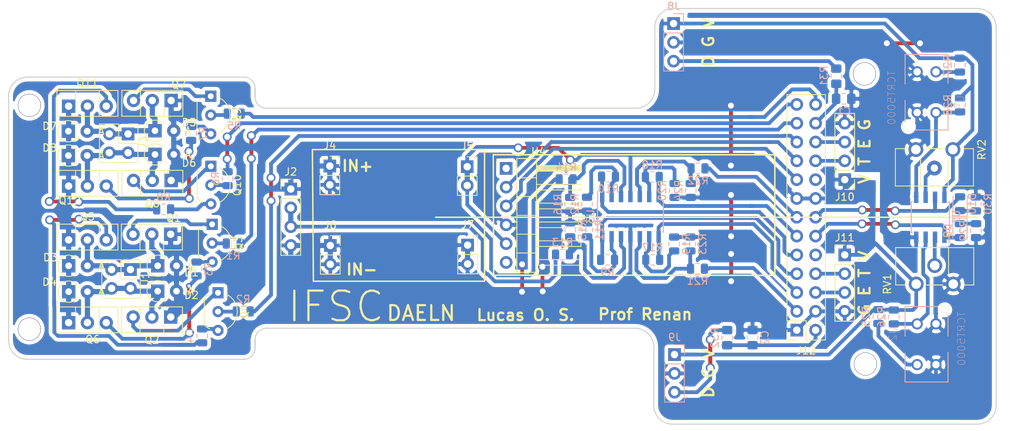
<source format=kicad_pcb>
(kicad_pcb (version 20171130) (host pcbnew "(5.1.2)-2")
  (layers (0 F.Cu signal) (31 B.Cu signal) (34 B.Paste user) (35 F.Paste user) (36 B.SilkS user) (37 F.SilkS user) (38 B.Mask user) (39 F.Mask user) (44 Edge.Cuts user))
  (net 0 "")
  (net 1 GND)
  (net 2 +5V)
  (net 3 TXB)
  (net 4 RXB)
  (net 5 PWM2)
  (net 6 PWM1)
  (net 7 PWM2N)
  (net 8 PWM1N)
  (net 9 ADC1)
  (net 10 ADC0)
  (net 11 "Net-(Q12-Pad3)")
  (net 12 "Net-(Q11-Pad3)")
  (net 13 "Net-(Q2-Pad3)")
  (net 14 "Net-(Q1-Pad3)")
  (net 15 "Net-(Q6-Pad3)")
  (net 16 +BATT)
  (net 17 "Net-(D1-Pad1)")
  (net 18 "Net-(Q4-Pad3)")
  (net 19 "Net-(D5-Pad1)")
  (net 20 "Net-(Q10-Pad3)")
  (net 21 "Net-(R11-Pad1)")
  (net 22 BATMed)
  (net 23 "Net-(Q10-Pad2)")
  (net 24 "Net-(Q10-Pad1)")
  (net 25 "Net-(Q4-Pad2)")
  (net 26 "Net-(Q3-Pad2)")
  (net 27 "Net-(Q3-Pad3)")
  (net 28 "Net-(Q7-Pad3)")
  (net 29 "Net-(Q9-Pad3)")
  (net 30 "Net-(Q9-Pad2)")
  (net 31 "Net-(D6-Pad1)")
  (net 32 "Net-(D2-Pad1)")
  (net 33 "Net-(Q5-Pad3)")
  (net 34 "Net-(R13-Pad1)")
  (net 35 "Net-(R10-Pad2)")
  (net 36 "Net-(R14-Pad1)")
  (net 37 "Net-(U4-Pad1)")
  (net 38 "Net-(U4-Pad6)")
  (net 39 D1)
  (net 40 D0)
  (net 41 Trig1)
  (net 42 Echo1)
  (net 43 Trig0)
  (net 44 Echo0)
  (net 45 "Net-(R22-Pad1)")
  (net 46 "Net-(R21-Pad1)")
  (net 47 "Net-(R18-Pad2)")
  (net 48 "Net-(R17-Pad2)")
  (net 49 ADC3)
  (net 50 "Net-(D10-Pad1)")
  (net 51 A1)
  (net 52 A2)
  (net 53 "Net-(R25-Pad2)")
  (net 54 "Net-(R26-Pad2)")
  (net 55 "Net-(R27-Pad2)")
  (net 56 "Net-(R28-Pad2)")
  (net 57 "Net-(D9-Pad1)")
  (net 58 L_TCRT)
  (net 59 "Net-(RV2-Pad2)")
  (net 60 "Net-(RV1-Pad2)")
  (net 61 R_TCRT)
  (net 62 ADC2)
  (net 63 "Net-(J12-Pad18)")
  (net 64 "Net-(J9-Pad3)")
  (net 65 "Net-(J8-Pad3)")
  (net 66 "Net-(J12-Pad10)")
  (module Connector_PinHeader_2.54mm:PinHeader_1x03_P2.54mm_Vertical (layer B.Cu) (at 183.261 67.056 180)
    (fp_text reference J8 (at 0 2.33 180) (layer B.SilkS) (effects (justify mirror)))
    (fp_text value Conn_01x03)
    (pad 1 thru_hole rect (at 0 0 180) (size 1.7 1.7) (drill 1) (layers *.Cu *.Mask) (net 2 +5V))
    (pad 2 thru_hole oval (at 0 -2.54 180) (size 1.7 1.7) (drill 1) (layers *.Cu *.Mask) (net 1 GND))
    (pad 3 thru_hole oval (at 0 -5.08 180) (size 1.7 1.7) (drill 1) (layers *.Cu *.Mask) (net 65 "Net-(J8-Pad3)"))
  )
  (module Resistor_SMD:R_0805_2012Metric (layer B.Cu) (at 213.0044 106.6777 270)
    (fp_text reference R26 (at 0 1.65 270) (layer B.SilkS) (effects (justify mirror)))
    (fp_text value 10k)
    (pad 1 smd roundrect (at -0.9375 0 270) (size 0.975 1.4) (layers B.Cu B.Paste B.Mask) (net 2 +5V))
    (pad 2 smd roundrect (at 0.9375 0 270) (size 0.975 1.4) (layers B.Cu B.Paste B.Mask) (net 54 "Net-(R26-Pad2)"))
  )
  (module Resistor_SMD:R_0805_2012Metric (layer B.Cu) (at 210.9216 106.6269 270)
    (fp_text reference R25 (at 0 1.65 270) (layer B.SilkS) (effects (justify mirror)))
    (fp_text value 1k)
    (pad 2 smd roundrect (at 0.9375 0 270) (size 0.975 1.4) (layers B.Cu B.Paste B.Mask) (net 53 "Net-(R25-Pad2)"))
    (pad 1 smd roundrect (at -0.9375 0 270) (size 0.975 1.4) (layers B.Cu B.Paste B.Mask) (net 2 +5V))
  )
  (module TCRT5000:OPTO_TCRT5000 (layer B.Cu) (at 217.424 110.363 270)
    (fp_text reference U2 (at -1.40117 4.57476 270) (layer B.SilkS) (effects (font (size 1.00413 1.00413) (thickness 0.05)) (justify mirror)))
    (fp_text value TCRT5000 (at -0.758895 -4.71434 270) (layer B.SilkS) (effects (font (size 1.00533 1.00533) (thickness 0.05)) (justify mirror)))
    (pad Hole np_thru_hole circle (at -4.65 -2.45 270) (size 1 1) (drill 1) (layers *.Cu *.Mask B.SilkS))
    (pad CATH thru_hole circle (at 2.75 -1.27 270) (size 1.508 1.508) (drill 1) (layers *.Cu *.Mask) (net 1 GND))
    (pad A thru_hole circle (at 2.75 1.27 270) (size 1.508 1.508) (drill 1) (layers *.Cu *.Mask) (net 53 "Net-(R25-Pad2)"))
    (pad E thru_hole circle (at -2.75 -1.27 270) (size 1.508 1.508) (drill 1) (layers *.Cu *.Mask) (net 1 GND))
    (pad COLL thru_hole circle (at -2.75 1.27 270) (size 1.508 1.508) (drill 1) (layers *.Cu *.Mask) (net 54 "Net-(R26-Pad2)"))
  )
  (module Resistor_SMD:R_0805_2012Metric (layer B.Cu) (at 221.9452 78.0542 270)
    (fp_text reference R28 (at 0 1.65 270) (layer B.SilkS) (effects (justify mirror)))
    (fp_text value 10k)
    (pad 1 smd roundrect (at -0.9375 0 270) (size 0.975 1.4) (layers B.Cu B.Paste B.Mask) (net 2 +5V))
    (pad 2 smd roundrect (at 0.9375 0 270) (size 0.975 1.4) (layers B.Cu B.Paste B.Mask) (net 56 "Net-(R28-Pad2)"))
  )
  (module Potentiometer_THT:Potentiometer_Piher_PT-10-H01_Horizontal (layer F.Cu) (at 220.98 84.074 270)
    (fp_text reference RV2 (at 0 -3.9 270) (layer F.SilkS))
    (fp_text value R_POT_TRIM)
    (pad 3 thru_hole circle (at 0 5 270) (size 2 2) (drill 1.3) (layers *.Cu *.Mask) (net 1 GND))
    (pad 2 thru_hole circle (at 2.5 2.5 270) (size 2 2) (drill 1) (layers *.Cu *.Mask) (net 59 "Net-(RV2-Pad2)"))
    (pad 1 thru_hole circle (at 0 0 270) (size 2 2) (drill 1.3) (layers *.Cu *.Mask) (net 2 +5V))
  )
  (module Potentiometer_THT:Potentiometer_Piher_PT-10-H01_Horizontal (layer F.Cu) (at 216.027 102.235 90)
    (fp_text reference RV1 (at 0 -3.9 90) (layer F.SilkS))
    (fp_text value R_POT_TRIM)
    (pad 3 thru_hole circle (at 0 5 90) (size 2 2) (drill 1.3) (layers *.Cu *.Mask) (net 1 GND))
    (pad 2 thru_hole circle (at 2.5 2.5 90) (size 2 2) (drill 1.3) (layers *.Cu *.Mask) (net 60 "Net-(RV1-Pad2)"))
    (pad 1 thru_hole circle (at 0 0 90) (size 2 2) (drill 1.3) (layers *.Cu *.Mask) (net 2 +5V))
  )
  (module Resistor_SMD:R_0805_2012Metric_Pad1.15x1.40mm_HandSolder (layer B.Cu) (at 205.232 74.168 270)
    (fp_text reference R31 (at 0 1.65 270) (layer B.SilkS) (effects (justify mirror)))
    (fp_text value R)
    (pad 2 smd roundrect (at 1.025 0 270) (size 1.15 1.4) (layers B.Cu B.Paste B.Mask) (roundrect_rratio 0.217391) (net 39 D1))
    (pad 1 smd roundrect (at -1.025 0 270) (size 1.15 1.4) (layers B.Cu B.Paste B.Mask) (roundrect_rratio 0.217391) (net 65 "Net-(J8-Pad3)"))
  )
  (module Capacitor_SMD:C_0805_2012Metric_Pad1.15x1.40mm_HandSolder (layer B.Cu) (at 193.929 109.465 90)
    (fp_text reference C2 (at 0 1.65 90) (layer B.SilkS) (effects (justify mirror)))
    (fp_text value C)
    (pad 2 smd roundrect (at 1.025 0 90) (size 1.15 1.4) (layers B.Cu B.Paste B.Mask) (roundrect_rratio 0.217391) (net 1 GND))
    (pad 1 smd roundrect (at -1.025 0 90) (size 1.15 1.4) (layers B.Cu B.Paste B.Mask) (roundrect_rratio 0.217391) (net 40 D0))
  )
  (module Capacitor_SMD:C_0805_2012Metric_Pad1.15x1.40mm_HandSolder (layer B.Cu) (at 206.239 77.216)
    (fp_text reference C1 (at 0 1.65) (layer B.SilkS) (effects (justify mirror)))
    (fp_text value C)
    (pad 1 smd roundrect (at -1.025 0) (size 1.15 1.4) (layers B.Cu B.Paste B.Mask) (roundrect_rratio 0.217391) (net 39 D1))
    (pad 2 smd roundrect (at 1.025 0) (size 1.15 1.4) (layers B.Cu B.Paste B.Mask) (roundrect_rratio 0.217391) (net 1 GND))
  )
  (module Package_TO_SOT_THT:TO-92_Inline_Wide (layer F.Cu) (at 120.777 86.3346 270)
    (fp_text reference Q10 (at 2.54 -3.56 270) (layer F.SilkS))
    (fp_text value BC548)
    (pad 1 thru_hole rect (at 0 0) (size 1.5 1.5) (drill 0.8) (layers *.Cu *.Mask) (net 24 "Net-(Q10-Pad1)"))
    (pad 3 thru_hole circle (at 5.08 0) (size 1.5 1.5) (drill 0.8) (layers *.Cu *.Mask) (net 20 "Net-(Q10-Pad3)"))
    (pad 2 thru_hole circle (at 2.54 0) (size 1.5 1.5) (drill 0.8) (layers *.Cu *.Mask) (net 23 "Net-(Q10-Pad2)"))
  )
  (module Package_TO_SOT_THT:TO-92_Inline_Wide (layer F.Cu) (at 121.7422 103.4161 270)
    (fp_text reference Q4 (at 2.54 -3.56 270) (layer F.SilkS))
    (fp_text value BC548)
    (pad 2 thru_hole circle (at 2.54 0) (size 1.5 1.5) (drill 0.8) (layers *.Cu *.Mask) (net 25 "Net-(Q4-Pad2)"))
    (pad 3 thru_hole circle (at 5.08 0) (size 1.5 1.5) (drill 0.8) (layers *.Cu *.Mask) (net 18 "Net-(Q4-Pad3)"))
    (pad 1 thru_hole rect (at 0 0) (size 1.5 1.5) (drill 0.8) (layers *.Cu *.Mask) (net 13 "Net-(Q2-Pad3)"))
  )
  (module Package_TO_SOT_THT:TO-92_Inline_Wide (layer F.Cu) (at 120.7643 76.8731 270)
    (fp_text reference Q9 (at 2.54 -3.56 270) (layer F.SilkS))
    (fp_text value BC548)
    (pad 1 thru_hole rect (at 0 0) (size 1.5 1.5) (drill 0.8) (layers *.Cu *.Mask) (net 28 "Net-(Q7-Pad3)"))
    (pad 3 thru_hole circle (at 5.08 0) (size 1.5 1.5) (drill 0.8) (layers *.Cu *.Mask) (net 29 "Net-(Q9-Pad3)"))
    (pad 2 thru_hole circle (at 2.54 0) (size 1.5 1.5) (drill 0.8) (layers *.Cu *.Mask) (net 30 "Net-(Q9-Pad2)"))
  )
  (module Package_TO_SOT_THT:TO-92_Inline_Wide (layer F.Cu) (at 120.9548 94.1705 270)
    (fp_text reference Q3 (at 2.54 -3.56 270) (layer F.SilkS))
    (fp_text value BC548)
    (pad 2 thru_hole circle (at 2.54 0) (size 1.5 1.5) (drill 0.8) (layers *.Cu *.Mask) (net 26 "Net-(Q3-Pad2)"))
    (pad 3 thru_hole circle (at 5.08 0) (size 1.5 1.5) (drill 0.8) (layers *.Cu *.Mask) (net 27 "Net-(Q3-Pad3)"))
    (pad 1 thru_hole rect (at 0 0) (size 1.5 1.5) (drill 0.8) (layers *.Cu *.Mask) (net 14 "Net-(Q1-Pad3)"))
  )
  (module Resistor_SMD:R_0805_2012Metric_Pad1.15x1.40mm_HandSolder (layer B.Cu) (at 190.5 109.474 270)
    (fp_text reference R32 (at 0 1.65 270) (layer B.SilkS) (effects (justify mirror)))
    (fp_text value R)
    (pad 1 smd roundrect (at -1.025 0 270) (size 1.15 1.4) (layers B.Cu B.Paste B.Mask) (roundrect_rratio 0.217391) (net 64 "Net-(J9-Pad3)"))
    (pad 2 smd roundrect (at 1.025 0 270) (size 1.15 1.4) (layers B.Cu B.Paste B.Mask) (roundrect_rratio 0.217391) (net 40 D0))
  )
  (module Connector_PinHeader_2.54mm:PinHeader_1x04_P2.54mm_Vertical (layer F.Cu) (at 206.375 88.138 180)
    (fp_text reference J10 (at 0 -2.33 180) (layer F.SilkS))
    (fp_text value Conn_01x04)
    (pad 1 thru_hole rect (at 0 0 180) (size 1.7 1.7) (drill 1) (layers *.Cu *.Mask) (net 2 +5V))
    (pad 2 thru_hole oval (at 0 2.54 180) (size 1.7 1.7) (drill 1) (layers *.Cu *.Mask) (net 43 Trig0))
    (pad 3 thru_hole oval (at 0 5.08 180) (size 1.7 1.7) (drill 1) (layers *.Cu *.Mask) (net 44 Echo0))
    (pad 4 thru_hole oval (at 0 7.62 180) (size 1.7 1.7) (drill 1) (layers *.Cu *.Mask) (net 1 GND))
  )
  (module Connector_PinHeader_2.54mm:PinHeader_1x06_P2.54mm_Horizontal (layer F.Cu) (at 160.655 86.614)
    (fp_text reference U4 (at 4.385 -2.27) (layer F.SilkS))
    (fp_text value HC-05)
    (pad 1 thru_hole rect (at 0 0) (size 1.7 1.7) (drill 1) (layers *.Cu *.Mask) (net 37 "Net-(U4-Pad1)"))
    (pad 2 thru_hole oval (at 0 2.54) (size 1.7 1.7) (drill 1) (layers *.Cu *.Mask) (net 4 RXB))
    (pad 3 thru_hole oval (at 0 5.08) (size 1.7 1.7) (drill 1) (layers *.Cu *.Mask) (net 3 TXB))
    (pad 4 thru_hole oval (at 0 7.62) (size 1.7 1.7) (drill 1) (layers *.Cu *.Mask) (net 1 GND))
    (pad 5 thru_hole oval (at 0 10.16) (size 1.7 1.7) (drill 1) (layers *.Cu *.Mask) (net 2 +5V))
    (pad 6 thru_hole oval (at 0 12.7) (size 1.7 1.7) (drill 1) (layers *.Cu *.Mask) (net 38 "Net-(U4-Pad6)"))
  )
  (module TCRT5000:OPTO_TCRT5000 (layer B.Cu) (at 217.424 76.327 90)
    (fp_text reference U5 (at -1.40117 4.57476 90) (layer B.SilkS) (effects (font (size 1.00413 1.00413) (thickness 0.05)) (justify mirror)))
    (fp_text value TCRT5000 (at -0.758895 -4.71434 90) (layer B.SilkS) (effects (font (size 1.00533 1.00533) (thickness 0.05)) (justify mirror)))
    (pad COLL thru_hole circle (at -2.75 1.27 90) (size 1.508 1.508) (drill 1) (layers *.Cu *.Mask) (net 56 "Net-(R28-Pad2)"))
    (pad E thru_hole circle (at -2.75 -1.27 90) (size 1.508 1.508) (drill 1) (layers *.Cu *.Mask) (net 1 GND))
    (pad A thru_hole circle (at 2.75 1.27 90) (size 1.508 1.508) (drill 1) (layers *.Cu *.Mask) (net 55 "Net-(R27-Pad2)"))
    (pad CATH thru_hole circle (at 2.75 -1.27 90) (size 1.508 1.508) (drill 1) (layers *.Cu *.Mask) (net 1 GND))
    (pad Hole np_thru_hole circle (at -4.65 -2.45 90) (size 1 1) (drill 1) (layers *.Cu *.Mask B.SilkS))
  )
  (module Connector_PinHeader_2.54mm:PinHeader_1x04_P2.54mm_Vertical (layer F.Cu) (at 206.375 98.298)
    (fp_text reference J11 (at 0 -2.33) (layer F.SilkS))
    (fp_text value Conn_01x04)
    (pad 1 thru_hole rect (at 0 0) (size 1.7 1.7) (drill 1) (layers *.Cu *.Mask) (net 2 +5V))
    (pad 2 thru_hole oval (at 0 2.54) (size 1.7 1.7) (drill 1) (layers *.Cu *.Mask) (net 41 Trig1))
    (pad 3 thru_hole oval (at 0 5.08) (size 1.7 1.7) (drill 1) (layers *.Cu *.Mask) (net 42 Echo1))
    (pad 4 thru_hole oval (at 0 7.62) (size 1.7 1.7) (drill 1) (layers *.Cu *.Mask) (net 1 GND))
  )
  (module Resistor_SMD:R_0805_2012Metric (layer B.Cu) (at 171.577 91.4504 270)
    (fp_text reference R12 (at 0 1.65 270) (layer B.SilkS) (effects (justify mirror)))
    (fp_text value 30k)
    (pad 1 smd roundrect (at -0.9375 0 270) (size 0.975 1.4) (layers B.Cu B.Paste B.Mask) (net 35 "Net-(R10-Pad2)"))
    (pad 2 smd roundrect (at 0.9375 0 270) (size 0.975 1.4) (layers B.Cu B.Paste B.Mask) (net 1 GND))
  )
  (module Resistor_SMD:R_0805_2012Metric (layer B.Cu) (at 168.2623 98.2599 180)
    (fp_text reference R13 (at 0 1.65 180) (layer B.SilkS) (effects (justify mirror)))
    (fp_text value 15k)
    (pad 2 smd roundrect (at 0.9375 0 180) (size 0.975 1.4) (layers B.Cu B.Paste B.Mask) (net 22 BATMed))
    (pad 1 smd roundrect (at -0.9375 0 180) (size 0.975 1.4) (layers B.Cu B.Paste B.Mask) (net 34 "Net-(R13-Pad1)"))
  )
  (module Resistor_SMD:R_0805_2012Metric (layer B.Cu) (at 168.7449 88.0999 180)
    (fp_text reference R14 (at 0 1.65 180) (layer B.SilkS) (effects (justify mirror)))
    (fp_text value 30k)
    (pad 1 smd roundrect (at -0.9375 0 180) (size 0.975 1.4) (layers B.Cu B.Paste B.Mask) (net 36 "Net-(R14-Pad1)"))
    (pad 2 smd roundrect (at 0.9375 0 180) (size 0.975 1.4) (layers B.Cu B.Paste B.Mask) (net 16 +BATT))
  )
  (module Connector_PinSocket_2.54mm:PinSocket_1x02_P2.54mm_Vertical (layer F.Cu) (at 155.3972 86.3854)
    (fp_text reference J5 (at 0 -2.77) (layer F.SilkS))
    (fp_text value Conn_01x02_Male)
    (pad 1 thru_hole rect (at 0 0) (size 1.7 1.7) (drill 1) (layers *.Cu *.Mask) (net 2 +5V))
    (pad 2 thru_hole oval (at 0 2.54) (size 1.7 1.7) (drill 1) (layers *.Cu *.Mask) (net 2 +5V))
  )
  (module Resistor_SMD:R_0805_2012Metric (layer B.Cu) (at 180.3908 87.7824 180)
    (fp_text reference R18 (at 0 1.65 180) (layer B.SilkS) (effects (justify mirror)))
    (fp_text value R)
    (pad 1 smd roundrect (at -0.9375 0 180) (size 0.975 1.4) (layers B.Cu B.Paste B.Mask) (net 62 ADC2))
    (pad 2 smd roundrect (at 0.9375 0 180) (size 0.975 1.4) (layers B.Cu B.Paste B.Mask) (net 47 "Net-(R18-Pad2)"))
  )
  (module Resistor_SMD:R_0805_2012Metric (layer B.Cu) (at 183.3372 96.8248 90)
    (fp_text reference R19 (at 0 1.65 90) (layer B.SilkS) (effects (justify mirror)))
    (fp_text value R)
    (pad 2 smd roundrect (at 0.9375 0 90) (size 0.975 1.4) (layers B.Cu B.Paste B.Mask) (net 1 GND))
    (pad 1 smd roundrect (at -0.9375 0 90) (size 0.975 1.4) (layers B.Cu B.Paste B.Mask) (net 48 "Net-(R17-Pad2)"))
  )
  (module Resistor_SMD:R_0805_2012Metric (layer B.Cu) (at 169.3037 94.9198 90)
    (fp_text reference R15 (at 0 1.65 90) (layer B.SilkS) (effects (justify mirror)))
    (fp_text value 10k)
    (pad 2 smd roundrect (at 0.9375 0 90) (size 0.975 1.4) (layers B.Cu B.Paste B.Mask) (net 1 GND))
    (pad 1 smd roundrect (at -0.9375 0 90) (size 0.975 1.4) (layers B.Cu B.Paste B.Mask) (net 34 "Net-(R13-Pad1)"))
  )
  (module Package_SO:SOIC-8_3.9x4.9mm_P1.27mm (layer B.Cu) (at 217.932 93.218 90)
    (fp_text reference U1 (at 0 3.5 90) (layer B.SilkS) (effects (justify mirror)))
    (fp_text value LM393)
    (pad 1 smd rect (at -2.7 1.905 90) (size 1.55 0.6) (layers B.Cu B.Paste B.Mask) (net 61 R_TCRT))
    (pad 2 smd rect (at -2.7 0.635 90) (size 1.55 0.6) (layers B.Cu B.Paste B.Mask) (net 60 "Net-(RV1-Pad2)"))
    (pad 3 smd rect (at -2.7 -0.635 90) (size 1.55 0.6) (layers B.Cu B.Paste B.Mask) (net 54 "Net-(R26-Pad2)"))
    (pad 4 smd rect (at -2.7 -1.905 90) (size 1.55 0.6) (layers B.Cu B.Paste B.Mask) (net 1 GND))
    (pad 5 smd rect (at 2.7 -1.905 90) (size 1.55 0.6) (layers B.Cu B.Paste B.Mask) (net 56 "Net-(R28-Pad2)"))
    (pad 6 smd rect (at 2.7 -0.635 90) (size 1.55 0.6) (layers B.Cu B.Paste B.Mask) (net 59 "Net-(RV2-Pad2)"))
    (pad 7 smd rect (at 2.7 0.635 90) (size 1.55 0.6) (layers B.Cu B.Paste B.Mask) (net 58 L_TCRT))
    (pad 8 smd rect (at 2.7 1.905 90) (size 1.55 0.6) (layers B.Cu B.Paste B.Mask) (net 2 +5V))
  )
  (module Connector_PinSocket_2.54mm:PinSocket_2x13_P2.54mm_Vertical (layer F.Cu) (at 199.898 108.458 180)
    (fp_text reference J12 (at -1.27 -2.77 180) (layer F.SilkS))
    (fp_text value Conn_02x13_Odd_Even)
    (pad 1 thru_hole rect (at 0 0 180) (size 1.7 1.7) (drill 1) (layers *.Cu *.Mask) (net 1 GND))
    (pad 2 thru_hole oval (at -2.54 0 180) (size 1.7 1.7) (drill 1) (layers *.Cu *.Mask) (net 40 D0))
    (pad 3 thru_hole oval (at 0 2.54 180) (size 1.7 1.7) (drill 1) (layers *.Cu *.Mask) (net 51 A1))
    (pad 4 thru_hole oval (at -2.54 2.54 180) (size 1.7 1.7) (drill 1) (layers *.Cu *.Mask) (net 1 GND))
    (pad 5 thru_hole oval (at 0 5.08 180) (size 1.7 1.7) (drill 1) (layers *.Cu *.Mask) (net 49 ADC3))
    (pad 6 thru_hole oval (at -2.54 5.08 180) (size 1.7 1.7) (drill 1) (layers *.Cu *.Mask) (net 42 Echo1))
    (pad 7 thru_hole oval (at 0 7.62 180) (size 1.7 1.7) (drill 1) (layers *.Cu *.Mask) (net 10 ADC0))
    (pad 8 thru_hole oval (at -2.54 7.62 180) (size 1.7 1.7) (drill 1) (layers *.Cu *.Mask) (net 41 Trig1))
    (pad 9 thru_hole oval (at 0 10.16 180) (size 1.7 1.7) (drill 1) (layers *.Cu *.Mask) (net 9 ADC1))
    (pad 10 thru_hole oval (at -2.54 10.16 180) (size 1.7 1.7) (drill 1) (layers *.Cu *.Mask) (net 66 "Net-(J12-Pad10)"))
    (pad 11 thru_hole oval (at 0 12.7 180) (size 1.7 1.7) (drill 1) (layers *.Cu *.Mask) (net 62 ADC2))
    (pad 12 thru_hole oval (at -2.54 12.7 180) (size 1.7 1.7) (drill 1) (layers *.Cu *.Mask) (net 61 R_TCRT))
    (pad 13 thru_hole oval (at 0 15.24 180) (size 1.7 1.7) (drill 1) (layers *.Cu *.Mask) (net 52 A2))
    (pad 14 thru_hole oval (at -2.54 15.24 180) (size 1.7 1.7) (drill 1) (layers *.Cu *.Mask) (net 58 L_TCRT))
    (pad 15 thru_hole oval (at 0 17.78 180) (size 1.7 1.7) (drill 1) (layers *.Cu *.Mask) (net 2 +5V))
    (pad 16 thru_hole oval (at -2.54 17.78 180) (size 1.7 1.7) (drill 1) (layers *.Cu *.Mask) (net 2 +5V))
    (pad 17 thru_hole oval (at 0 20.32 180) (size 1.7 1.7) (drill 1) (layers *.Cu *.Mask) (net 3 TXB))
    (pad 18 thru_hole oval (at -2.54 20.32 180) (size 1.7 1.7) (drill 1) (layers *.Cu *.Mask) (net 63 "Net-(J12-Pad18)"))
    (pad 19 thru_hole oval (at 0 22.86 180) (size 1.7 1.7) (drill 1) (layers *.Cu *.Mask) (net 4 RXB))
    (pad 20 thru_hole oval (at -2.54 22.86 180) (size 1.7 1.7) (drill 1) (layers *.Cu *.Mask) (net 43 Trig0))
    (pad 21 thru_hole oval (at 0 25.4 180) (size 1.7 1.7) (drill 1) (layers *.Cu *.Mask) (net 6 PWM1))
    (pad 22 thru_hole oval (at -2.54 25.4 180) (size 1.7 1.7) (drill 1) (layers *.Cu *.Mask) (net 44 Echo0))
    (pad 23 thru_hole oval (at 0 27.94 180) (size 1.7 1.7) (drill 1) (layers *.Cu *.Mask) (net 8 PWM1N))
    (pad 24 thru_hole oval (at -2.54 27.94 180) (size 1.7 1.7) (drill 1) (layers *.Cu *.Mask) (net 39 D1))
    (pad 25 thru_hole oval (at 0 30.48 180) (size 1.7 1.7) (drill 1) (layers *.Cu *.Mask) (net 5 PWM2))
    (pad 26 thru_hole oval (at -2.54 30.48 180) (size 1.7 1.7) (drill 1) (layers *.Cu *.Mask) (net 7 PWM2N))
  )
  (module Connector_PinSocket_2.54mm:PinSocket_1x02_P2.54mm_Vertical (layer F.Cu) (at 136.906 97.028)
    (fp_text reference J6 (at 0 -2.77) (layer F.SilkS))
    (fp_text value Conn_01x02_Male)
    (pad 2 thru_hole oval (at 0 2.54) (size 1.7 1.7) (drill 1) (layers *.Cu *.Mask) (net 1 GND))
    (pad 1 thru_hole rect (at 0 0) (size 1.7 1.7) (drill 1) (layers *.Cu *.Mask) (net 1 GND))
  )
  (module Connector_PinHeader_2.54mm:PinHeader_1x03_P2.54mm_Vertical (layer B.Cu) (at 183.388 111.76 180)
    (fp_text reference J9 (at 0 2.33 180) (layer B.SilkS) (effects (justify mirror)))
    (fp_text value Conn_01x03)
    (pad 1 thru_hole rect (at 0 0 180) (size 1.7 1.7) (drill 1) (layers *.Cu *.Mask) (net 2 +5V))
    (pad 2 thru_hole oval (at 0 -2.54 180) (size 1.7 1.7) (drill 1) (layers *.Cu *.Mask) (net 1 GND))
    (pad 3 thru_hole oval (at 0 -5.08 180) (size 1.7 1.7) (drill 1) (layers *.Cu *.Mask) (net 64 "Net-(J9-Pad3)"))
  )
  (module Resistor_SMD:R_0805_2012Metric (layer B.Cu) (at 180.4416 98.9584 180)
    (fp_text reference R17 (at 0 1.65 180) (layer B.SilkS) (effects (justify mirror)))
    (fp_text value R)
    (pad 2 smd roundrect (at 0.9375 0 180) (size 0.975 1.4) (layers B.Cu B.Paste B.Mask) (net 48 "Net-(R17-Pad2)"))
    (pad 1 smd roundrect (at -0.9375 0 180) (size 0.975 1.4) (layers B.Cu B.Paste B.Mask) (net 49 ADC3))
  )
  (module Resistor_SMD:R_0805_2012Metric (layer B.Cu) (at 221.9198 72.6717 270)
    (fp_text reference R27 (at 0 1.65 270) (layer B.SilkS) (effects (justify mirror)))
    (fp_text value 1k)
    (pad 2 smd roundrect (at 0.9375 0 270) (size 0.975 1.4) (layers B.Cu B.Paste B.Mask) (net 55 "Net-(R27-Pad2)"))
    (pad 1 smd roundrect (at -0.9375 0 270) (size 0.975 1.4) (layers B.Cu B.Paste B.Mask) (net 2 +5V))
  )
  (module Resistor_SMD:R_0805_2012Metric (layer B.Cu) (at 185.5851 89.5985 270)
    (fp_text reference R24 (at 0 1.65 270) (layer B.SilkS) (effects (justify mirror)))
    (fp_text value R)
    (pad 1 smd roundrect (at -0.9375 0 270) (size 0.975 1.4) (layers B.Cu B.Paste B.Mask) (net 45 "Net-(R22-Pad1)"))
    (pad 2 smd roundrect (at 0.9375 0 270) (size 0.975 1.4) (layers B.Cu B.Paste B.Mask) (net 1 GND))
  )
  (module Resistor_SMD:R_0805_2012Metric (layer B.Cu) (at 183.4007 89.5985 270)
    (fp_text reference R20 (at 0 1.65 270) (layer B.SilkS) (effects (justify mirror)))
    (fp_text value R)
    (pad 1 smd roundrect (at -0.9375 0 270) (size 0.975 1.4) (layers B.Cu B.Paste B.Mask) (net 47 "Net-(R18-Pad2)"))
    (pad 2 smd roundrect (at 0.9375 0 270) (size 0.975 1.4) (layers B.Cu B.Paste B.Mask) (net 1 GND))
  )
  (module Resistor_SMD:R_0805_2012Metric (layer B.Cu) (at 186.4868 100.1649)
    (fp_text reference R21 (at 0 1.65) (layer B.SilkS) (effects (justify mirror)))
    (fp_text value R)
    (pad 2 smd roundrect (at 0.9375 0) (size 0.975 1.4) (layers B.Cu B.Paste B.Mask) (net 51 A1))
    (pad 1 smd roundrect (at -0.9375 0) (size 0.975 1.4) (layers B.Cu B.Paste B.Mask) (net 46 "Net-(R21-Pad1)"))
  )
  (module Resistor_SMD:R_0805_2012Metric (layer B.Cu) (at 186.563 86.614)
    (fp_text reference R22 (at 0 1.65) (layer B.SilkS) (effects (justify mirror)))
    (fp_text value R)
    (pad 1 smd roundrect (at -0.9375 0) (size 0.975 1.4) (layers B.Cu B.Paste B.Mask) (net 45 "Net-(R22-Pad1)"))
    (pad 2 smd roundrect (at 0.9375 0) (size 0.975 1.4) (layers B.Cu B.Paste B.Mask) (net 52 A2))
  )
  (module Connector_PinSocket_2.54mm:PinSocket_1x02_P2.54mm_Vertical (layer F.Cu) (at 155.448 96.9772)
    (fp_text reference J7 (at 0 -2.77) (layer F.SilkS))
    (fp_text value Conn_01x02_Male)
    (pad 1 thru_hole rect (at 0 0) (size 1.7 1.7) (drill 1) (layers *.Cu *.Mask) (net 1 GND))
    (pad 2 thru_hole oval (at 0 2.54) (size 1.7 1.7) (drill 1) (layers *.Cu *.Mask) (net 1 GND))
  )
  (module Connector_PinSocket_2.54mm:PinSocket_1x02_P2.54mm_Vertical (layer F.Cu) (at 136.8425 86.2965)
    (fp_text reference J4 (at 0 -2.77) (layer F.SilkS))
    (fp_text value Conn_01x02_Male)
    (pad 2 thru_hole oval (at 0 2.54) (size 1.7 1.7) (drill 1) (layers *.Cu *.Mask) (net 16 +BATT))
    (pad 1 thru_hole rect (at 0 0) (size 1.7 1.7) (drill 1) (layers *.Cu *.Mask) (net 16 +BATT))
  )
  (module Resistor_SMD:R_0805_2012Metric (layer B.Cu) (at 185.5216 96.8248 90)
    (fp_text reference R23 (at 0 1.65 90) (layer B.SilkS) (effects (justify mirror)))
    (fp_text value R)
    (pad 2 smd roundrect (at 0.9375 0 90) (size 0.975 1.4) (layers B.Cu B.Paste B.Mask) (net 1 GND))
    (pad 1 smd roundrect (at -0.9375 0 90) (size 0.975 1.4) (layers B.Cu B.Paste B.Mask) (net 46 "Net-(R21-Pad1)"))
  )
  (module Package_TO_SOT_THT:TO-126-3_Vertical (layer F.Cu) (at 101.569055 89.007582)
    (fp_text reference Q12 (at 0.132545 1.949818) (layer F.SilkS))
    (fp_text value BD139)
    (pad 3 thru_hole oval (at 5.08 0) (size 1.8 1.8) (drill 1) (layers *.Cu *.Mask) (net 11 "Net-(Q12-Pad3)"))
    (pad 2 thru_hole oval (at 2.54 0) (size 1.8 1.8) (drill 1) (layers *.Cu *.Mask) (net 31 "Net-(D6-Pad1)"))
    (pad 1 thru_hole rect (at 0 0) (size 1.8 1.8) (drill 1) (layers *.Cu *.Mask) (net 1 GND))
  )
  (module Resistor_SMD:R_0805_2012Metric (layer B.Cu) (at 169.293859 91.473729 270)
    (fp_text reference R16 (at 0 1.65 270) (layer B.SilkS) (effects (justify mirror)))
    (fp_text value 10k)
    (pad 2 smd roundrect (at 0.9375 0 270) (size 0.975 1.4) (layers B.Cu B.Paste B.Mask) (net 1 GND))
    (pad 1 smd roundrect (at -0.9375 0 270) (size 0.975 1.4) (layers B.Cu B.Paste B.Mask) (net 36 "Net-(R14-Pad1)"))
  )
  (module Package_TO_SOT_THT:TO-126-3_Vertical (layer F.Cu) (at 101.569055 107.447982)
    (fp_text reference Q6 (at 3.256745 2.254618) (layer F.SilkS))
    (fp_text value BD139)
    (pad 3 thru_hole oval (at 5.08 0) (size 1.8 1.8) (drill 1) (layers *.Cu *.Mask) (net 15 "Net-(Q6-Pad3)"))
    (pad 2 thru_hole oval (at 2.54 0) (size 1.8 1.8) (drill 1) (layers *.Cu *.Mask) (net 32 "Net-(D2-Pad1)"))
    (pad 1 thru_hole rect (at 0 0) (size 1.8 1.8) (drill 1) (layers *.Cu *.Mask) (net 1 GND))
  )
  (module Resistor_SMD:R_0805_2012Metric (layer B.Cu) (at 119.5959 109.2327 270)
    (fp_text reference R4 (at 0 1.65 270) (layer B.SilkS) (effects (justify mirror)))
    (fp_text value 150)
    (pad 2 smd roundrect (at 0.9375 0 270) (size 0.975 1.4) (layers B.Cu B.Paste B.Mask) (net 33 "Net-(Q5-Pad3)"))
    (pad 1 smd roundrect (at -0.9375 0 270) (size 0.975 1.4) (layers B.Cu B.Paste B.Mask) (net 18 "Net-(Q4-Pad3)"))
  )
  (module Package_TO_SOT_THT:TO-126-3_Vertical (layer F.Cu) (at 115.412055 88.245582 180)
    (fp_text reference Q8 (at 2.54 -3.12 180) (layer F.SilkS))
    (fp_text value BD140)
    (pad 1 thru_hole rect (at 0 0 180) (size 1.8 1.8) (drill 1) (layers *.Cu *.Mask) (net 16 +BATT))
    (pad 2 thru_hole oval (at 2.54 0 180) (size 1.8 1.8) (drill 1) (layers *.Cu *.Mask) (net 31 "Net-(D6-Pad1)"))
    (pad 3 thru_hole oval (at 5.08 0 180) (size 1.8 1.8) (drill 1) (layers *.Cu *.Mask) (net 24 "Net-(Q10-Pad1)"))
  )
  (module Connector_PinHeader_2.54mm:PinHeader_2x02_P2.54mm_Vertical (layer F.Cu) (at 109.597964 81.964284 270)
    (fp_text reference J3 (at 1.119116 -2.009636 90) (layer F.SilkS))
    (fp_text value Conn_02x02_Odd_Even)
    (pad 4 thru_hole oval (at 2.54 2.54 270) (size 1.7 1.7) (drill 1) (layers *.Cu *.Mask) (net 31 "Net-(D6-Pad1)"))
    (pad 3 thru_hole oval (at 0 2.54 270) (size 1.7 1.7) (drill 1) (layers *.Cu *.Mask) (net 19 "Net-(D5-Pad1)"))
    (pad 2 thru_hole oval (at 2.54 0 270) (size 1.7 1.7) (drill 1) (layers *.Cu *.Mask) (net 31 "Net-(D6-Pad1)"))
    (pad 1 thru_hole rect (at 0 0 270) (size 1.7 1.7) (drill 1) (layers *.Cu *.Mask) (net 19 "Net-(D5-Pad1)"))
  )
  (module Resistor_SMD:R_0805_2012Metric (layer B.Cu) (at 171.5897 94.9198 90)
    (fp_text reference R11 (at 0 1.65 90) (layer B.SilkS) (effects (justify mirror)))
    (fp_text value 15k)
    (pad 1 smd roundrect (at -0.9375 0 90) (size 0.975 1.4) (layers B.Cu B.Paste B.Mask) (net 21 "Net-(R11-Pad1)"))
    (pad 2 smd roundrect (at 0.9375 0 90) (size 0.975 1.4) (layers B.Cu B.Paste B.Mask) (net 1 GND))
  )
  (module Diode_THT:D_A-405_P2.54mm_Vertical_AnodeUp (layer F.Cu) (at 113.230164 84.732884)
    (fp_text reference D6 (at 4.600436 1.144516) (layer F.SilkS))
    (fp_text value DIODE)
    (fp_text user A (at 4.44 0) (layer F.SilkS))
    (pad 1 thru_hole rect (at 0 0) (size 1.8 1.8) (drill 0.9) (layers *.Cu *.Mask) (net 31 "Net-(D6-Pad1)"))
    (pad 2 thru_hole oval (at 2.54 0) (size 1.8 1.8) (drill 0.9) (layers *.Cu *.Mask) (net 16 +BATT))
  )
  (module Diode_THT:D_A-405_P2.54mm_Vertical_AnodeUp (layer F.Cu) (at 101.5365 81.5975)
    (fp_text reference D7 (at -2.536964 -0.684284) (layer F.SilkS))
    (fp_text value DIODE)
    (fp_text user A (at 4.44 0) (layer F.SilkS))
    (pad 2 thru_hole oval (at 2.54 0) (size 1.8 1.8) (drill 0.9) (layers *.Cu *.Mask) (net 19 "Net-(D5-Pad1)") (clearance 0.2))
    (pad 1 thru_hole rect (at 0 0) (size 1.8 1.8) (drill 0.9) (layers *.Cu *.Mask) (net 1 GND))
  )
  (module Diode_THT:D_A-405_P2.54mm_Vertical_AnodeUp (layer F.Cu) (at 113.598464 103.198684)
    (fp_text reference D2 (at 4.562336 0.534916) (layer F.SilkS))
    (fp_text value DIODE)
    (fp_text user A (at 4.44 0) (layer F.SilkS))
    (pad 1 thru_hole rect (at 0 0) (size 1.8 1.8) (drill 0.9) (layers *.Cu *.Mask) (net 32 "Net-(D2-Pad1)"))
    (pad 2 thru_hole oval (at 2.54 0) (size 1.8 1.8) (drill 0.9) (layers *.Cu *.Mask) (net 16 +BATT))
  )
  (module Diode_THT:D_A-405_P2.54mm_Vertical_AnodeUp (layer F.Cu) (at 101.571564 99.769684)
    (fp_text reference D3 (at -2.460764 -1.116084) (layer F.SilkS))
    (fp_text value DIODE)
    (fp_text user A (at 4.44 0) (layer F.SilkS))
    (pad 2 thru_hole oval (at 2.54 0) (size 1.8 1.8) (drill 0.9) (layers *.Cu *.Mask) (net 17 "Net-(D1-Pad1)"))
    (pad 1 thru_hole rect (at 0 0) (size 1.8 1.8) (drill 0.9) (layers *.Cu *.Mask) (net 1 GND))
  )
  (module Diode_THT:D_A-405_P2.54mm_Vertical_AnodeUp (layer F.Cu) (at 101.5365 84.885284)
    (fp_text reference D8 (at -2.536964 -1.039884) (layer F.SilkS))
    (fp_text value DIODE)
    (fp_text user A (at 4.44 0) (layer F.SilkS))
    (pad 1 thru_hole rect (at 0 0) (size 1.8 1.8) (drill 0.9) (layers *.Cu *.Mask) (net 1 GND))
    (pad 2 thru_hole oval (at 2.54 0) (size 1.8 1.8) (drill 0.9) (layers *.Cu *.Mask) (net 31 "Net-(D6-Pad1)"))
  )
  (module Resistor_SMD:R_0805_2012Metric (layer B.Cu) (at 174.4726 87.7316)
    (fp_text reference R10 (at 0 1.65) (layer B.SilkS) (effects (justify mirror)))
    (fp_text value 10k)
    (pad 2 smd roundrect (at 0.9375 0) (size 0.975 1.4) (layers B.Cu B.Paste B.Mask) (net 35 "Net-(R10-Pad2)"))
    (pad 1 smd roundrect (at -0.9375 0) (size 0.975 1.4) (layers B.Cu B.Paste B.Mask) (net 9 ADC1))
  )
  (module Diode_THT:D_A-405_P2.54mm_Vertical_AnodeUp (layer F.Cu) (at 101.571564 103.262184)
    (fp_text reference D4 (at -2.587764 -1.306584) (layer F.SilkS))
    (fp_text value DIODE)
    (fp_text user A (at 4.44 0) (layer F.SilkS))
    (pad 1 thru_hole rect (at 0 0) (size 1.8 1.8) (drill 0.9) (layers *.Cu *.Mask) (net 1 GND))
    (pad 2 thru_hole oval (at 2.54 0) (size 1.8 1.8) (drill 0.9) (layers *.Cu *.Mask) (net 32 "Net-(D2-Pad1)"))
  )
  (module Resistor_SMD:R_0805_2012Metric (layer B.Cu) (at 125.1481 105.9307 180)
    (fp_text reference R2 (at 0 1.65 180) (layer B.SilkS) (effects (justify mirror)))
    (fp_text value 470)
    (pad 1 smd roundrect (at -0.9375 0 180) (size 0.975 1.4) (layers B.Cu B.Paste B.Mask) (net 6 PWM1))
    (pad 2 smd roundrect (at 0.9375 0 180) (size 0.975 1.4) (layers B.Cu B.Paste B.Mask) (net 25 "Net-(Q4-Pad2)"))
  )
  (module Resistor_SMD:R_0805_2012Metric (layer B.Cu) (at 114.4016 92.1512 180)
    (fp_text reference R8 (at 0 1.65 180) (layer B.SilkS) (effects (justify mirror)))
    (fp_text value 150)
    (pad 2 smd roundrect (at 0.9375 0 180) (size 0.975 1.4) (layers B.Cu B.Paste B.Mask) (net 12 "Net-(Q11-Pad3)"))
    (pad 1 smd roundrect (at -0.9375 0 180) (size 0.975 1.4) (layers B.Cu B.Paste B.Mask) (net 20 "Net-(Q10-Pad3)"))
  )
  (module Resistor_SMD:R_0805_2012Metric (layer B.Cu) (at 174.3456 98.9584)
    (fp_text reference R9 (at 0 1.65) (layer B.SilkS) (effects (justify mirror)))
    (fp_text value 10k)
    (pad 1 smd roundrect (at -0.9375 0) (size 0.975 1.4) (layers B.Cu B.Paste B.Mask) (net 10 ADC0))
    (pad 2 smd roundrect (at 0.9375 0) (size 0.975 1.4) (layers B.Cu B.Paste B.Mask) (net 21 "Net-(R11-Pad1)"))
  )
  (module Resistor_SMD:R_0805_2012Metric (layer B.Cu) (at 123.0376 88.0087 270)
    (fp_text reference R6 (at 0 1.65 270) (layer B.SilkS) (effects (justify mirror)))
    (fp_text value 470)
    (pad 2 smd roundrect (at 0.9375 0 270) (size 0.975 1.4) (layers B.Cu B.Paste B.Mask) (net 23 "Net-(Q10-Pad2)"))
    (pad 1 smd roundrect (at -0.9375 0 270) (size 0.975 1.4) (layers B.Cu B.Paste B.Mask) (net 5 PWM2))
  )
  (module Resistor_SMD:R_0805_2012Metric (layer B.Cu) (at 118.843564 100.199184 90)
    (fp_text reference R3 (at 0 1.65 90) (layer B.SilkS) (effects (justify mirror)))
    (fp_text value 150)
    (pad 1 smd roundrect (at -0.9375 0 90) (size 0.975 1.4) (layers B.Cu B.Paste B.Mask) (net 15 "Net-(Q6-Pad3)"))
    (pad 2 smd roundrect (at 0.9375 0 90) (size 0.975 1.4) (layers B.Cu B.Paste B.Mask) (net 27 "Net-(Q3-Pad3)"))
  )
  (module Package_TO_SOT_THT:TO-126-3_Vertical (layer F.Cu) (at 115.348555 95.509982 180)
    (fp_text reference Q1 (at -0.399245 2.190382 180) (layer F.SilkS))
    (fp_text value BD140)
    (pad 1 thru_hole rect (at 0 0 180) (size 1.8 1.8) (drill 1) (layers *.Cu *.Mask) (net 16 +BATT))
    (pad 2 thru_hole oval (at 2.54 0 180) (size 1.8 1.8) (drill 1) (layers *.Cu *.Mask) (net 17 "Net-(D1-Pad1)"))
    (pad 3 thru_hole oval (at 5.08 0 180) (size 1.8 1.8) (drill 1) (layers *.Cu *.Mask) (net 14 "Net-(Q1-Pad3)"))
  )
  (module Package_SO:SOIC-14_3.9x8.7mm_P1.27mm (layer B.Cu) (at 177.4329 93.132377 270)
    (fp_text reference U3 (at 0 5.375 270) (layer B.SilkS) (effects (justify mirror)))
    (fp_text value LM324)
    (pad 1 smd rect (at -2.7 3.81 270) (size 1.5 0.6) (layers B.Cu B.Paste B.Mask) (net 9 ADC1))
    (pad 2 smd rect (at -2.7 2.54 270) (size 1.5 0.6) (layers B.Cu B.Paste B.Mask) (net 35 "Net-(R10-Pad2)"))
    (pad 3 smd rect (at -2.7 1.27 270) (size 1.5 0.6) (layers B.Cu B.Paste B.Mask) (net 36 "Net-(R14-Pad1)"))
    (pad 4 smd rect (at -2.7 0 270) (size 1.5 0.6) (layers B.Cu B.Paste B.Mask) (net 2 +5V))
    (pad 5 smd rect (at -2.7 -1.27 270) (size 1.5 0.6) (layers B.Cu B.Paste B.Mask) (net 45 "Net-(R22-Pad1)"))
    (pad 6 smd rect (at -2.7 -2.54 270) (size 1.5 0.6) (layers B.Cu B.Paste B.Mask) (net 47 "Net-(R18-Pad2)"))
    (pad 7 smd rect (at -2.7 -3.81 270) (size 1.5 0.6) (layers B.Cu B.Paste B.Mask) (net 62 ADC2))
    (pad 8 smd rect (at 2.7 -3.81 270) (size 1.5 0.6) (layers B.Cu B.Paste B.Mask) (net 49 ADC3))
    (pad 9 smd rect (at 2.7 -2.54 270) (size 1.5 0.6) (layers B.Cu B.Paste B.Mask) (net 48 "Net-(R17-Pad2)"))
    (pad 10 smd rect (at 2.7 -1.27 270) (size 1.5 0.6) (layers B.Cu B.Paste B.Mask) (net 46 "Net-(R21-Pad1)"))
    (pad 11 smd rect (at 2.7 0 270) (size 1.5 0.6) (layers B.Cu B.Paste B.Mask) (net 1 GND))
    (pad 12 smd rect (at 2.7 1.27 270) (size 1.5 0.6) (layers B.Cu B.Paste B.Mask) (net 34 "Net-(R13-Pad1)"))
    (pad 13 smd rect (at 2.7 2.54 270) (size 1.5 0.6) (layers B.Cu B.Paste B.Mask) (net 21 "Net-(R11-Pad1)"))
    (pad 14 smd rect (at 2.7 3.81 270) (size 1.5 0.6) (layers B.Cu B.Paste B.Mask) (net 10 ADC0))
  )
  (module Package_TO_SOT_THT:TO-126-3_Vertical (layer F.Cu) (at 115.361255 106.685982 180)
    (fp_text reference Q2 (at 2.54 -3.12 180) (layer F.SilkS))
    (fp_text value BD140)
    (pad 3 thru_hole oval (at 5.08 0 180) (size 1.8 1.8) (drill 1) (layers *.Cu *.Mask) (net 13 "Net-(Q2-Pad3)"))
    (pad 2 thru_hole oval (at 2.54 0 180) (size 1.8 1.8) (drill 1) (layers *.Cu *.Mask) (net 32 "Net-(D2-Pad1)"))
    (pad 1 thru_hole rect (at 0 0 180) (size 1.8 1.8) (drill 1) (layers *.Cu *.Mask) (net 16 +BATT))
  )
  (module Resistor_SMD:R_0805_2012Metric (layer B.Cu) (at 118.11 81.9023 90)
    (fp_text reference R7 (at 0 1.65 90) (layer B.SilkS) (effects (justify mirror)))
    (fp_text value 150)
    (pad 1 smd roundrect (at -0.9375 0 90) (size 0.975 1.4) (layers B.Cu B.Paste B.Mask) (net 11 "Net-(Q12-Pad3)"))
    (pad 2 smd roundrect (at 0.9375 0 90) (size 0.975 1.4) (layers B.Cu B.Paste B.Mask) (net 29 "Net-(Q9-Pad3)"))
  )
  (module Package_TO_SOT_THT:TO-126-3_Vertical (layer F.Cu) (at 101.569055 78.212582)
    (fp_text reference Q11 (at 2.54 -3.12) (layer F.SilkS))
    (fp_text value BD139)
    (pad 1 thru_hole rect (at 0 0) (size 1.8 1.8) (drill 1) (layers *.Cu *.Mask) (net 1 GND))
    (pad 2 thru_hole oval (at 2.54 0) (size 1.8 1.8) (drill 1) (layers *.Cu *.Mask) (net 19 "Net-(D5-Pad1)"))
    (pad 3 thru_hole oval (at 5.08 0) (size 1.8 1.8) (drill 1) (layers *.Cu *.Mask) (net 12 "Net-(Q11-Pad3)"))
  )
  (module Connector_PinHeader_2.54mm:PinHeader_2x02_P2.54mm_Vertical (layer F.Cu) (at 109.915464 100.277684 270)
    (fp_text reference J1 (at 1.169916 -2.022336 270) (layer F.SilkS))
    (fp_text value Conn_02x02_Odd_Even)
    (pad 4 thru_hole oval (at 2.54 2.54 270) (size 1.7 1.7) (drill 1) (layers *.Cu *.Mask) (net 32 "Net-(D2-Pad1)"))
    (pad 3 thru_hole oval (at 0 2.54 270) (size 1.7 1.7) (drill 1) (layers *.Cu *.Mask) (net 17 "Net-(D1-Pad1)"))
    (pad 2 thru_hole oval (at 2.54 0 270) (size 1.7 1.7) (drill 1) (layers *.Cu *.Mask) (net 32 "Net-(D2-Pad1)"))
    (pad 1 thru_hole rect (at 0 0 270) (size 1.7 1.7) (drill 1) (layers *.Cu *.Mask) (net 17 "Net-(D1-Pad1)"))
  )
  (module Resistor_SMD:R_0805_2012Metric (layer B.Cu) (at 123.9289 79.2226)
    (fp_text reference R5 (at 0 1.65) (layer B.SilkS) (effects (justify mirror)))
    (fp_text value 470)
    (pad 1 smd roundrect (at -0.9375 0) (size 0.975 1.4) (layers B.Cu B.Paste B.Mask) (net 30 "Net-(Q9-Pad2)"))
    (pad 2 smd roundrect (at 0.9375 0) (size 0.975 1.4) (layers B.Cu B.Paste B.Mask) (net 7 PWM2N))
  )
  (module Package_TO_SOT_THT:TO-126-3_Vertical (layer F.Cu) (at 115.412055 77.450582 180)
    (fp_text reference Q7 (at -1.021545 2.114182 180) (layer F.SilkS))
    (fp_text value BD140)
    (pad 3 thru_hole oval (at 5.08 0 180) (size 1.8 1.8) (drill 1) (layers *.Cu *.Mask) (net 28 "Net-(Q7-Pad3)"))
    (pad 2 thru_hole oval (at 2.54 0 180) (size 1.8 1.8) (drill 1) (layers *.Cu *.Mask) (net 19 "Net-(D5-Pad1)"))
    (pad 1 thru_hole rect (at 0 0 180) (size 1.8 1.8) (drill 1) (layers *.Cu *.Mask) (net 16 +BATT) (clearance 0.3556))
  )
  (module Package_TO_SOT_THT:TO-126-3_Vertical (layer F.Cu) (at 101.569055 96.271982)
    (fp_text reference Q5 (at 2.54 -3.12) (layer F.SilkS))
    (fp_text value BD139)
    (pad 1 thru_hole rect (at 0 0) (size 1.8 1.8) (drill 1) (layers *.Cu *.Mask) (net 1 GND))
    (pad 2 thru_hole oval (at 2.54 0) (size 1.8 1.8) (drill 1) (layers *.Cu *.Mask) (net 17 "Net-(D1-Pad1)"))
    (pad 3 thru_hole oval (at 5.08 0) (size 1.8 1.8) (drill 1) (layers *.Cu *.Mask) (net 33 "Net-(Q5-Pad3)"))
  )
  (module Diode_THT:D_A-405_P2.54mm_Vertical_AnodeUp (layer F.Cu) (at 113.598464 99.769684)
    (fp_text reference D1 (at 4.562336 0.915916) (layer F.SilkS))
    (fp_text value DIODE)
    (fp_text user A (at 4.44 0) (layer F.SilkS))
    (pad 2 thru_hole oval (at 2.54 0) (size 1.8 1.8) (drill 0.9) (layers *.Cu *.Mask) (net 16 +BATT))
    (pad 1 thru_hole rect (at 0 0) (size 1.8 1.8) (drill 0.9) (layers *.Cu *.Mask) (net 17 "Net-(D1-Pad1)"))
  )
  (module Diode_THT:D_A-405_P2.54mm_Vertical_AnodeUp (layer F.Cu) (at 113.230164 81.532484)
    (fp_text reference D5 (at 4.600436 -1.116084) (layer F.SilkS))
    (fp_text value DIODE)
    (fp_text user A (at 4.44 0) (layer F.SilkS))
    (pad 2 thru_hole oval (at 2.54 0) (size 1.8 1.8) (drill 0.9) (layers *.Cu *.Mask) (net 16 +BATT))
    (pad 1 thru_hole rect (at 0 0) (size 1.8 1.8) (drill 0.9) (layers *.Cu *.Mask) (net 19 "Net-(D5-Pad1)"))
  )
  (module Resistor_SMD:R_0805_2012Metric (layer B.Cu) (at 123.7996 96.7613)
    (fp_text reference R1 (at 0 1.65) (layer B.SilkS) (effects (justify mirror)))
    (fp_text value 470)
    (pad 2 smd roundrect (at 0.9375 0) (size 0.975 1.4) (layers B.Cu B.Paste B.Mask) (net 8 PWM1N))
    (pad 1 smd roundrect (at -0.9375 0) (size 0.975 1.4) (layers B.Cu B.Paste B.Mask) (net 26 "Net-(Q3-Pad2)"))
  )
  (module Connector_PinHeader_2.54mm:PinHeader_1x04_P2.54mm_Vertical (layer F.Cu) (at 131.572 89.408)
    (fp_text reference J2 (at 0 -2.33) (layer F.SilkS))
    (fp_text value Conn_01x04)
    (pad 4 thru_hole oval (at 0 7.62) (size 1.7 1.7) (drill 1) (layers *.Cu *.Mask) (net 1 GND))
    (pad 3 thru_hole oval (at 0 5.08) (size 1.7 1.7) (drill 1) (layers *.Cu *.Mask) (net 22 BATMed))
    (pad 2 thru_hole oval (at 0 2.54) (size 1.7 1.7) (drill 1) (layers *.Cu *.Mask) (net 22 BATMed))
    (pad 1 thru_hole rect (at 0 0) (size 1.7 1.7) (drill 1) (layers *.Cu *.Mask) (net 16 +BATT))
  )
  (module LED_SMD:LED_0805_2012Metric (layer B.Cu) (at 221.9452 91.3869 90)
    (fp_text reference D10 (at 0 1.65 90) (layer B.SilkS) (effects (justify mirror)))
    (fp_text value LED)
    (pad 2 smd roundrect (at 0.9375 0 90) (size 0.975 1.4) (layers B.Cu B.Paste B.Mask) (net 58 L_TCRT))
    (pad 1 smd roundrect (at -0.9375 0 90) (size 0.975 1.4) (layers B.Cu B.Paste B.Mask) (net 50 "Net-(D10-Pad1)"))
  )
  (module LED_SMD:LED_0805_2012Metric (layer B.Cu) (at 221.9198 95.0214 270)
    (fp_text reference D9 (at 0 1.65 270) (layer B.SilkS) (effects (justify mirror)))
    (fp_text value LED)
    (pad 1 smd roundrect (at -0.9375 0 270) (size 0.975 1.4) (layers B.Cu B.Paste B.Mask) (net 57 "Net-(D9-Pad1)"))
    (pad 2 smd roundrect (at 0.9375 0 270) (size 0.975 1.4) (layers B.Cu B.Paste B.Mask) (net 61 R_TCRT))
  )
  (module Resistor_SMD:R_0805_2012Metric (layer B.Cu) (at 224.1042 95.0214 270)
    (fp_text reference R29 (at 0 1.65 270) (layer B.SilkS) (effects (justify mirror)))
    (fp_text value 1K)
    (pad 2 smd roundrect (at 0.9375 0 270) (size 0.975 1.4) (layers B.Cu B.Paste B.Mask) (net 1 GND))
    (pad 1 smd roundrect (at -0.9375 0 270) (size 0.975 1.4) (layers B.Cu B.Paste B.Mask) (net 57 "Net-(D9-Pad1)"))
  )
  (module Resistor_SMD:R_0805_2012Metric (layer B.Cu) (at 224.0788 91.4169 90)
    (fp_text reference R30 (at 0 1.65 90) (layer B.SilkS) (effects (justify mirror)))
    (fp_text value 1K)
    (pad 1 smd roundrect (at -0.9375 0 90) (size 0.975 1.4) (layers B.Cu B.Paste B.Mask) (net 50 "Net-(D10-Pad1)"))
    (pad 2 smd roundrect (at 0.9375 0 90) (size 0.975 1.4) (layers B.Cu B.Paste B.Mask) (net 1 GND))
  )
  (gr_arc (start 183.261 67.564) (end 183.261 65.024) (angle -90) (layer Edge.Cuts) (width 0.15))
  (gr_text "D G V\n" (at 187.96 69.596 90) (layer F.SilkS) (effects (font (size 1.5 1.5) (thickness 0.3))))
  (gr_line (start 224.282 93.218) (end 151.13 93.218) (layer F.SilkS) (width 0.2))
  (gr_text "V T E G" (at 209.042 84.328 90) (layer F.SilkS) (effects (font (size 1.5 1.5) (thickness 0.3))))
  (gr_text "G E T V" (at 209.042 102.108 90) (layer F.SilkS) (effects (font (size 1.5 1.5) (thickness 0.3))))
  (gr_text "D G V\n" (at 187.96 114.3 90) (layer F.SilkS) (effects (font (size 1.5 1.5) (thickness 0.3))))
  (gr_text "Lucas O. S." (at 163.2712 106.426) (layer F.SilkS) (effects (font (size 1.5 1.5) (thickness 0.3))))
  (gr_text IN- (at 141.1605 100.2665) (layer F.SilkS) (effects (font (size 1.5 1.5) (thickness 0.3))))
  (gr_text DAELN (at 149.1615 106.172) (layer F.SilkS) (effects (font (size 2 2) (thickness 0.3))))
  (gr_text IFSC (at 137.668 105.283) (layer F.SilkS) (effects (font (size 4 4) (thickness 0.3))))
  (gr_text "Prof Renan" (at 179.4256 106.3244) (layer F.SilkS) (effects (font (size 1.5 1.5) (thickness 0.3))))
  (gr_text IN+ (at 140.589 86.2965) (layer F.SilkS) (effects (font (size 1.5 1.5) (thickness 0.3))))
  (gr_arc (start 128.27 109.728) (end 128.27 108.204) (angle -90) (layer Edge.Cuts) (width 0.15))
  (gr_line (start 126.746 76.962) (end 126.746 75.819) (layer Edge.Cuts) (width 0.2))
  (gr_line (start 180.721 67.564) (end 180.721 75.946) (layer Edge.Cuts) (width 0.15))
  (gr_arc (start 128.27 76.962) (end 126.746 76.962) (angle -90) (layer Edge.Cuts) (width 0.15))
  (gr_line (start 126.746 110.871) (end 126.746 109.728) (layer Edge.Cuts) (width 0.2))
  (gr_arc (start 183.134 118.618) (end 180.594 118.618) (angle -90) (layer Edge.Cuts) (width 0.15))
  (gr_arc (start 125.222 110.871) (end 125.222 112.395) (angle -90) (layer Edge.Cuts) (width 0.15))
  (gr_line (start 128.27 108.204) (end 178.054 108.204) (layer Edge.Cuts) (width 0.15))
  (gr_line (start 180.594 110.744) (end 180.594 118.618) (layer Edge.Cuts) (width 0.15))
  (gr_arc (start 178.181 75.946) (end 178.181 78.486) (angle -90) (layer Edge.Cuts) (width 0.15))
  (gr_line (start 158.911798 84.779509) (end 196.935598 84.779509) (layer F.SilkS) (width 0.2))
  (gr_line (start 134.493 84.074) (end 134.62 101.854) (layer F.SilkS) (width 0.2))
  (gr_line (start 93.472 76.835) (end 93.472 109.855) (layer Edge.Cuts) (width 0.15))
  (gr_line (start 134.5565 84.074) (end 157.734 84.074) (layer F.SilkS) (width 0.2))
  (gr_arc (start 96.012 109.855) (end 93.472 109.855) (angle -90) (layer Edge.Cuts) (width 0.15))
  (gr_line (start 157.734 101.854) (end 134.62 101.854) (layer F.SilkS) (width 0.2))
  (gr_arc (start 96.012 76.835) (end 96.012 74.295) (angle -90) (layer Edge.Cuts) (width 0.15))
  (gr_line (start 196.935598 84.779509) (end 196.935598 101.060909) (layer F.SilkS) (width 0.2))
  (gr_arc (start 178.054 110.744) (end 180.594 110.744) (angle -90) (layer Edge.Cuts) (width 0.15))
  (gr_line (start 196.935598 101.060909) (end 158.962598 101.035509) (layer F.SilkS) (width 0.2))
  (gr_line (start 96.012 112.395) (end 125.222 112.395) (layer Edge.Cuts) (width 0.15))
  (gr_line (start 125.222 74.295) (end 96.012 74.295) (layer Edge.Cuts) (width 0.15))
  (gr_line (start 128.27 78.486) (end 178.181 78.486) (layer Edge.Cuts) (width 0.15))
  (gr_arc (start 125.222 75.819) (end 126.746 75.819) (angle -90) (layer Edge.Cuts) (width 0.15))
  (gr_line (start 157.734 84.074) (end 157.734 101.854) (layer F.SilkS) (width 0.2))
  (gr_line (start 158.962598 101.035509) (end 158.911798 84.779509) (layer F.SilkS) (width 0.2))
  (gr_arc (start 224.282 118.618) (end 224.282 121.158) (angle -90) (layer Edge.Cuts) (width 0.15))
  (gr_line (start 183.134 121.158) (end 224.282 121.158) (layer Edge.Cuts) (width 0.15))
  (gr_line (start 183.261 65.024) (end 224.282 65.024) (layer Edge.Cuts) (width 0.15))
  (gr_arc (start 224.282 67.564) (end 226.822 67.564) (angle -90) (layer Edge.Cuts) (width 0.15))
  (gr_line (start 226.822 67.564) (end 226.822 118.618) (layer Edge.Cuts) (width 0.15))
  (via (at 96.266 108.331) (size 3.1) (drill 3) (layers F.Cu B.Cu) (net 0))
  (via (at 96.266 78.105) (size 3.1) (drill 3) (layers F.Cu B.Cu) (net 0))
  (via (at 209.042 73.8505) (size 3.1) (drill 3) (layers F.Cu B.Cu) (net 0))
  (via (at 209.169 113.03) (size 3.1) (drill 3) (layers F.Cu B.Cu) (net 0))
  (segment (start 106.119615 92.292485) (end 102.481865 92.292485) (width 0.508) (layer B.Cu) (net 1))
  (segment (start 106.1847 92.2274) (end 106.119615 92.292485) (width 0.508) (layer B.Cu) (net 1))
  (segment (start 184.9374 103.505) (end 187.96 103.505) (width 0.508) (layer B.Cu) (net 1))
  (segment (start 191.008 103.505) (end 191.135 103.505) (width 0.508) (layer B.Cu) (net 1))
  (segment (start 191.0334 98.171) (end 191.0334 98.736685) (width 0.508) (layer F.Cu) (net 1))
  (segment (start 191.0334 91.015085) (end 191.0334 95.7834) (width 0.508) (layer F.Cu) (net 1))
  (segment (start 189.484 101.981) (end 191.008 103.505) (width 0.508) (layer B.Cu) (net 1))
  (segment (start 131.5593 98.3361) (end 131.5593 99.314) (width 0.708) (layer B.Cu) (net 1))
  (segment (start 187.96 103.505) (end 189.484 101.981) (width 0.508) (layer B.Cu) (net 1))
  (segment (start 191.0334 98.736685) (end 191.0334 101.854) (width 0.508) (layer F.Cu) (net 1))
  (segment (start 191.0184 91.000085) (end 191.0334 91.015085) (width 0.508) (layer F.Cu) (net 1))
  (segment (start 187.96 103.505) (end 191.135 103.505) (width 0.508) (layer B.Cu) (net 1))
  (segment (start 191.0184 90.4344) (end 191.0184 91.000085) (width 0.508) (layer F.Cu) (net 1))
  (segment (start 191.0334 101.854) (end 191.0334 101.854) (width 0.508) (layer F.Cu) (net 1))
  (segment (start 191.0311 95.7857) (end 191.0334 95.7834) (width 0.508) (layer B.Cu) (net 1))
  (segment (start 131.5593 99.314) (end 131.5593 101.837384) (width 0.708) (layer B.Cu) (net 1))
  (segment (start 191.0184 90.2058) (end 191.0184 90.2058) (width 0.508) (layer B.Cu) (net 1))
  (segment (start 191.0334 98.171) (end 191.0334 98.171) (width 0.508) (layer B.Cu) (net 1))
  (segment (start 191.0334 95.7834) (end 191.0334 95.7834) (width 0.508) (layer F.Cu) (net 1))
  (segment (start 155.448 96.9772) (end 155.448 99.5172) (width 0.708) (layer B.Cu) (net 1))
  (segment (start 101.092 92.334919) (end 101.131336 92.334919) (width 0.708) (layer B.Cu) (net 1))
  (segment (start 169.3037 93.9823) (end 166.8757 93.9823) (width 0.508) (layer B.Cu) (net 1))
  (segment (start 177.4329 95.832377) (end 177.4329 100.2919) (width 0.508) (layer B.Cu) (net 1))
  (segment (start 176.784 103.505) (end 177.419 103.505) (width 0.508) (layer B.Cu) (net 1))
  (segment (start 101.092 92.334919) (end 99.822 92.334919) (width 0.708) (layer B.Cu) (net 1))
  (segment (start 165.56041 99.90141) (end 165.56041 99.90141) (width 0.508) (layer B.Cu) (net 1))
  (segment (start 162.7886 103.0351) (end 162.7886 103.0351) (width 0.508) (layer F.Cu) (net 1))
  (segment (start 185.5851 90.536) (end 183.4007 90.536) (width 0.508) (layer B.Cu) (net 1))
  (segment (start 177.419 103.505) (end 184.9374 103.505) (width 0.508) (layer B.Cu) (net 1))
  (segment (start 177.4329 100.2919) (end 177.4329 100.56367) (width 0.508) (layer B.Cu) (net 1))
  (segment (start 101.131336 92.334919) (end 101.569055 91.8972) (width 0.708) (layer B.Cu) (net 1))
  (segment (start 177.4329 103.4911) (end 177.419 103.505) (width 0.508) (layer B.Cu) (net 1))
  (segment (start 131.572 98.3234) (end 131.5593 98.3361) (width 0.708) (layer B.Cu) (net 1))
  (segment (start 165.56041 98.044) (end 165.56041 99.90141) (width 0.508) (layer B.Cu) (net 1))
  (segment (start 165.608 103.505) (end 165.56041 103.45741) (width 0.508) (layer B.Cu) (net 1))
  (segment (start 166.8757 93.9823) (end 165.56041 95.29759) (width 0.508) (layer B.Cu) (net 1))
  (segment (start 160.7797 94.1093) (end 160.655 94.234) (width 0.508) (layer B.Cu) (net 1))
  (segment (start 186.3851 90.536) (end 185.5851 90.536) (width 0.308) (layer B.Cu) (net 1))
  (segment (start 131.572 97.028) (end 131.572 98.3234) (width 0.708) (layer B.Cu) (net 1))
  (segment (start 167.60829 103.587774) (end 167.58289 103.613174) (width 0.308) (layer B.Cu) (net 1))
  (segment (start 165.56041 95.29759) (end 165.56041 98.044) (width 0.508) (layer B.Cu) (net 1))
  (segment (start 163.195 103.505) (end 163.322 103.378) (width 0.508) (layer B.Cu) (net 1))
  (segment (start 162.814 99.510315) (end 162.814 100.076) (width 0.508) (layer F.Cu) (net 1))
  (segment (start 177.4329 100.56367) (end 177.4329 103.4911) (width 0.508) (layer B.Cu) (net 1))
  (segment (start 101.569055 92.837) (end 101.569055 96.271982) (width 0.708) (layer B.Cu) (net 1))
  (segment (start 167.60829 103.505) (end 176.784 103.505) (width 0.508) (layer B.Cu) (net 1))
  (segment (start 101.569055 91.8972) (end 101.569055 92.837) (width 0.708) (layer B.Cu) (net 1))
  (segment (start 176.7979 103.4911) (end 176.784 103.505) (width 0.508) (layer B.Cu) (net 1))
  (segment (start 167.60829 103.505) (end 167.60829 103.587774) (width 0.308) (layer B.Cu) (net 1))
  (segment (start 101.092 92.359945) (end 101.569055 92.837) (width 0.708) (layer B.Cu) (net 1))
  (segment (start 136.906 99.568) (end 155.3972 99.568) (width 0.508) (layer B.Cu) (net 1))
  (segment (start 136.906 97.028) (end 136.906 99.568) (width 0.708) (layer B.Cu) (net 1))
  (segment (start 155.3972 99.568) (end 155.448 99.5172) (width 0.508) (layer B.Cu) (net 1))
  (segment (start 101.092 92.334919) (end 101.092 92.359945) (width 0.708) (layer B.Cu) (net 1))
  (segment (start 131.572 97.028) (end 136.906 97.028) (width 0.708) (layer B.Cu) (net 1))
  (segment (start 101.569055 92.334919) (end 101.092 92.334919) (width 0.708) (layer B.Cu) (net 1))
  (segment (start 101.569055 96.271982) (end 101.569055 99.767175) (width 0.708) (layer B.Cu) (net 1))
  (segment (start 101.571564 89.005073) (end 101.569055 89.007582) (width 0.508) (layer B.Cu) (net 1))
  (segment (start 101.569055 89.007582) (end 101.569055 91.8972) (width 0.708) (layer B.Cu) (net 1))
  (segment (start 101.571564 107.445473) (end 101.569055 107.447982) (width 0.708) (layer B.Cu) (net 1))
  (segment (start 177.4329 100.56367) (end 177.4317 100.56487) (width 0.508) (layer B.Cu) (net 1))
  (segment (start 183.246229 95.904371) (end 183.2229 95.9277) (width 0.508) (layer B.Cu) (net 1))
  (segment (start 185.506041 95.904371) (end 183.246229 95.904371) (width 0.508) (layer B.Cu) (net 1))
  (segment (start 183.580571 95.967871) (end 183.5404 95.9277) (width 0.508) (layer B.Cu) (net 1))
  (segment (start 185.569541 90.596641) (end 185.5597 90.5868) (width 0.508) (layer B.Cu) (net 1))
  (segment (start 171.219329 92.347729) (end 171.2595 92.3879) (width 0.508) (layer B.Cu) (net 1))
  (segment (start 185.5597 90.5868) (end 183.2737 90.5868) (width 0.508) (layer B.Cu) (net 1))
  (segment (start 183.2864 90.5995) (end 183.2737 90.5868) (width 0.508) (layer B.Cu) (net 1))
  (segment (start 169.293859 93.972459) (end 169.3037 93.9823) (width 0.508) (layer B.Cu) (net 1))
  (segment (start 169.3037 93.9823) (end 171.5897 93.9823) (width 0.508) (layer B.Cu) (net 1))
  (segment (start 171.553671 92.411229) (end 171.577 92.3879) (width 0.508) (layer B.Cu) (net 1))
  (segment (start 101.569055 78.212582) (end 101.569055 89.007582) (width 0.708) (layer B.Cu) (net 1))
  (segment (start 101.571564 99.769684) (end 101.571564 103.262184) (width 0.708) (layer B.Cu) (net 1))
  (segment (start 101.569055 99.767175) (end 101.571564 99.769684) (width 0.708) (layer B.Cu) (net 1))
  (segment (start 101.569055 81.606175) (end 101.571564 81.608684) (width 0.508) (layer B.Cu) (net 1))
  (segment (start 101.647555 89.183082) (end 101.569055 89.261582) (width 0.508) (layer B.Cu) (net 1))
  (segment (start 101.571564 103.262184) (end 101.571564 107.445473) (width 0.708) (layer B.Cu) (net 1))
  (segment (start 206.121 105.918) (end 204.918919 105.918) (width 0.508) (layer B.Cu) (net 1))
  (via (at 162.7886 103.2764) (size 1.2) (drill 0.8) (layers F.Cu B.Cu) (net 1))
  (via (at 162.814 99.568) (size 1.2) (drill 0.8) (layers F.Cu B.Cu) (net 1))
  (via (at 165.56041 99.90141) (size 1.2) (drill 0.8) (layers F.Cu B.Cu) (net 1))
  (via (at 191.0334 95.7834) (size 1.2) (drill 0.8) (layers F.Cu B.Cu) (net 1))
  (via (at 191.0334 101.854) (size 1.2) (drill 0.8) (layers F.Cu B.Cu) (net 1))
  (via (at 191.0334 98.171) (size 1.2) (drill 0.8) (layers F.Cu B.Cu) (net 1))
  (via (at 191.0184 90.2058) (size 1.2) (drill 0.8) (layers F.Cu B.Cu) (net 1))
  (via (at 165.5826 103.2256) (size 1.2) (drill 0.8) (layers F.Cu B.Cu) (net 1))
  (segment (start 169.293859 92.411229) (end 169.293859 93.972459) (width 0.508) (layer B.Cu) (net 1))
  (segment (start 161.857081 94.234) (end 160.655 94.234) (width 0.508) (layer B.Cu) (net 1))
  (segment (start 162.814 99.568) (end 162.814 95.190919) (width 0.508) (layer B.Cu) (net 1))
  (segment (start 162.814 95.190919) (end 161.857081 94.234) (width 0.508) (layer B.Cu) (net 1))
  (segment (start 162.56 103.505) (end 163.195 103.505) (width 0.508) (layer B.Cu) (net 1))
  (segment (start 162.814 103.124) (end 163.195 103.505) (width 0.508) (layer B.Cu) (net 1))
  (segment (start 162.7886 103.0351) (end 162.7886 103.4161) (width 0.508) (layer B.Cu) (net 1))
  (segment (start 163.576 103.505) (end 163.703 103.505) (width 0.508) (layer B.Cu) (net 1))
  (segment (start 163.195 103.505) (end 163.703 103.505) (width 0.508) (layer B.Cu) (net 1))
  (segment (start 162.814 103.251) (end 162.56 103.505) (width 0.508) (layer B.Cu) (net 1))
  (segment (start 159.805001 93.384001) (end 159.525601 93.384001) (width 0.508) (layer B.Cu) (net 1))
  (segment (start 160.655 94.234) (end 159.805001 93.384001) (width 0.508) (layer B.Cu) (net 1))
  (segment (start 159.525601 93.384001) (end 157.734 91.5924) (width 0.508) (layer B.Cu) (net 1))
  (segment (start 157.734 91.5924) (end 157.734 88.0364) (width 0.508) (layer B.Cu) (net 1))
  (segment (start 99.822 92.334919) (end 97.098281 92.334919) (width 0.508) (layer B.Cu) (net 1))
  (segment (start 97.098281 92.334919) (end 96.774 92.6592) (width 0.508) (layer B.Cu) (net 1))
  (segment (start 96.774 93.053426) (end 96.774 92.6592) (width 0.508) (layer B.Cu) (net 1))
  (segment (start 101.569055 92.334919) (end 102.481865 92.334919) (width 0.508) (layer B.Cu) (net 1))
  (segment (start 165.481 103.0605) (end 165.0365 103.505) (width 0.508) (layer B.Cu) (net 1))
  (segment (start 165.5826 103.0605) (end 165.481 103.0605) (width 0.508) (layer B.Cu) (net 1))
  (segment (start 163.703 103.505) (end 165.0365 103.505) (width 0.508) (layer B.Cu) (net 1))
  (segment (start 165.0365 103.505) (end 165.608 103.505) (width 0.508) (layer B.Cu) (net 1))
  (segment (start 162.7759 103.0351) (end 162.306 103.505) (width 0.508) (layer B.Cu) (net 1))
  (segment (start 162.7886 103.0351) (end 162.7759 103.0351) (width 0.508) (layer B.Cu) (net 1))
  (segment (start 162.306 103.505) (end 162.56 103.505) (width 0.508) (layer B.Cu) (net 1))
  (segment (start 165.5953 103.0605) (end 166.0398 103.505) (width 0.508) (layer B.Cu) (net 1))
  (segment (start 165.5826 103.0605) (end 165.5953 103.0605) (width 0.508) (layer B.Cu) (net 1))
  (segment (start 165.608 103.505) (end 166.0398 103.505) (width 0.508) (layer B.Cu) (net 1))
  (segment (start 160.274 103.505) (end 162.306 103.505) (width 0.508) (layer B.Cu) (net 1))
  (segment (start 158.233719 103.505) (end 160.274 103.505) (width 0.508) (layer B.Cu) (net 1))
  (segment (start 155.448 100.719281) (end 158.233719 103.505) (width 0.508) (layer B.Cu) (net 1))
  (segment (start 155.448 99.5172) (end 155.448 100.719281) (width 0.508) (layer B.Cu) (net 1))
  (segment (start 212.471 72.16341) (end 212.471 74.8665) (width 0.508) (layer B.Cu) (net 1))
  (segment (start 166.0398 103.505) (end 166.4589 103.505) (width 0.508) (layer B.Cu) (net 1))
  (segment (start 166.4589 103.505) (end 167.60829 103.505) (width 0.508) (layer B.Cu) (net 1))
  (segment (start 165.56041 103.11451) (end 165.5826 103.1367) (width 0.508) (layer F.Cu) (net 1))
  (segment (start 165.56041 99.90141) (end 165.56041 103.11451) (width 0.508) (layer F.Cu) (net 1))
  (segment (start 162.814 103.0986) (end 162.7759 103.1367) (width 0.508) (layer F.Cu) (net 1))
  (segment (start 162.814 100.203) (end 162.814 103.0986) (width 0.508) (layer F.Cu) (net 1))
  (segment (start 191.135 103.505) (end 192.278 103.505) (width 0.508) (layer B.Cu) (net 1))
  (segment (start 199.898 108.458) (end 198.54 108.458) (width 0.508) (layer B.Cu) (net 1))
  (segment (start 197.231 108.458) (end 199.898 108.458) (width 0.508) (layer B.Cu) (net 1))
  (segment (start 202.438 105.918) (end 199.898 108.458) (width 0.508) (layer B.Cu) (net 1))
  (segment (start 202.438 105.918) (end 206.121 105.918) (width 0.508) (layer B.Cu) (net 1))
  (segment (start 212.471 75.624081) (end 212.471 73.152) (width 0.508) (layer B.Cu) (net 1))
  (segment (start 206.375 80.518) (end 207.577081 80.518) (width 0.508) (layer B.Cu) (net 1))
  (segment (start 183.261 69.596) (end 185.801 69.596) (width 0.508) (layer B.Cu) (net 1))
  (segment (start 184.912 69.596) (end 186.436 69.596) (width 0.508) (layer B.Cu) (net 1))
  (segment (start 216.107 95.998) (end 216.027 95.918) (width 0.508) (layer B.Cu) (net 1))
  (segment (start 184.912 114.3) (end 183.709919 114.3) (width 0.508) (layer B.Cu) (net 1))
  (segment (start 182.88 105.5624) (end 184.9374 103.505) (width 0.508) (layer B.Cu) (net 1))
  (segment (start 208.339081 77.216) (end 209.609081 78.486) (width 0.508) (layer B.Cu) (net 1))
  (segment (start 207.264 77.216) (end 208.339081 77.216) (width 0.508) (layer B.Cu) (net 1))
  (segment (start 207.577081 80.518) (end 209.609081 78.486) (width 0.508) (layer B.Cu) (net 1))
  (segment (start 209.609081 78.486) (end 212.471 75.624081) (width 0.508) (layer B.Cu) (net 1))
  (segment (start 212.471 73.152) (end 212.471 72.39) (width 0.508) (layer B.Cu) (net 1))
  (segment (start 212.471 72.39) (end 212.471 72.16341) (width 0.508) (layer B.Cu) (net 1))
  (segment (start 217.940001 112.359001) (end 218.694 113.113) (width 0.508) (layer B.Cu) (net 1))
  (segment (start 217.940001 108.366999) (end 217.940001 112.359001) (width 0.508) (layer B.Cu) (net 1))
  (segment (start 218.694 107.613) (end 217.940001 108.366999) (width 0.508) (layer B.Cu) (net 1))
  (segment (start 218.694 104.568) (end 221.027 102.235) (width 0.508) (layer B.Cu) (net 1))
  (segment (start 218.694 107.613) (end 218.694 104.568) (width 0.508) (layer B.Cu) (net 1))
  (segment (start 218.694 116.332) (end 218.694 113.113) (width 0.508) (layer B.Cu) (net 1))
  (segment (start 215.646 119.38) (end 218.694 116.332) (width 0.508) (layer B.Cu) (net 1))
  (segment (start 184.023 119.38) (end 215.646 119.38) (width 0.508) (layer B.Cu) (net 1))
  (segment (start 219.612787 102.235) (end 221.027 102.235) (width 0.508) (layer B.Cu) (net 1))
  (segment (start 216.154 73.577) (end 216.907999 74.330999) (width 0.508) (layer B.Cu) (net 1))
  (segment (start 216.907999 78.323001) (end 216.907999 75.5904) (width 0.508) (layer B.Cu) (net 1))
  (segment (start 216.154 79.077) (end 216.907999 78.323001) (width 0.508) (layer B.Cu) (net 1))
  (segment (start 216.907999 74.330999) (end 216.907999 75.5904) (width 0.508) (layer B.Cu) (net 1))
  (segment (start 216.907999 75.5904) (end 216.907999 76.547599) (width 0.508) (layer B.Cu) (net 1))
  (segment (start 216.979999 83.074001) (end 215.98 84.074) (width 0.508) (layer B.Cu) (net 1))
  (segment (start 216.979999 80.969316) (end 216.979999 83.074001) (width 0.508) (layer B.Cu) (net 1))
  (segment (start 216.154 80.143317) (end 216.979999 80.969316) (width 0.508) (layer B.Cu) (net 1))
  (segment (start 216.154 79.077) (end 216.154 80.143317) (width 0.508) (layer B.Cu) (net 1))
  (segment (start 211.106683 69.596) (end 208.026 69.596) (width 0.508) (layer B.Cu) (net 1))
  (segment (start 216.154 73.577) (end 215.087683 73.577) (width 0.508) (layer B.Cu) (net 1))
  (segment (start 186.436 69.596) (end 208.026 69.596) (width 0.508) (layer B.Cu) (net 1))
  (segment (start 212.471 70.960317) (end 212.057317 69.715717) (width 0.508) (layer B.Cu) (net 1))
  (segment (start 212.471 72.39) (end 212.471 70.960317) (width 0.508) (layer B.Cu) (net 1))
  (segment (start 215.087683 73.577) (end 211.2264 69.715717) (width 0.508) (layer B.Cu) (net 1))
  (segment (start 211.2264 69.715717) (end 211.106683 69.596) (width 0.508) (layer B.Cu) (net 1))
  (segment (start 225.0463 95.9589) (end 224.1042 95.9589) (width 0.508) (layer B.Cu) (net 1))
  (segment (start 225.6282 95.377) (end 225.0463 95.9589) (width 0.508) (layer B.Cu) (net 1))
  (segment (start 225.6282 91.2288) (end 225.6282 95.377) (width 0.508) (layer B.Cu) (net 1))
  (segment (start 224.0788 90.4794) (end 224.8788 90.4794) (width 0.508) (layer B.Cu) (net 1))
  (segment (start 225.6282 97.6338) (end 223.0844 100.1776) (width 0.508) (layer B.Cu) (net 1))
  (segment (start 225.6282 95.377) (end 225.6282 97.6338) (width 0.508) (layer B.Cu) (net 1))
  (segment (start 223.774 99.488) (end 223.0844 100.1776) (width 0.508) (layer B.Cu) (net 1))
  (segment (start 223.0844 100.1776) (end 221.027 102.235) (width 0.508) (layer B.Cu) (net 1))
  (segment (start 171.577 93.9696) (end 171.5897 93.9823) (width 0.508) (layer B.Cu) (net 1))
  (segment (start 171.577 92.3879) (end 171.577 93.9696) (width 0.508) (layer B.Cu) (net 1))
  (segment (start 169.317188 92.3879) (end 169.293859 92.411229) (width 0.508) (layer B.Cu) (net 1))
  (segment (start 171.577 92.3879) (end 169.317188 92.3879) (width 0.508) (layer B.Cu) (net 1))
  (segment (start 216.027 95.918) (end 212.22691 95.918) (width 0.508) (layer B.Cu) (net 1))
  (segment (start 212.22691 95.918) (end 211.38111 95.0722) (width 0.508) (layer B.Cu) (net 1))
  (segment (start 211.38111 88.67289) (end 215.98 84.074) (width 0.508) (layer B.Cu) (net 1))
  (segment (start 211.38111 95.0722) (end 211.38111 88.67289) (width 0.508) (layer B.Cu) (net 1))
  (segment (start 193.929 105.156) (end 192.532 103.759) (width 0.508) (layer B.Cu) (net 1))
  (segment (start 193.929 108.44) (end 193.929 105.156) (width 0.508) (layer B.Cu) (net 1))
  (segment (start 192.278 103.505) (end 192.532 103.759) (width 0.508) (layer B.Cu) (net 1))
  (segment (start 192.532 103.759) (end 197.231 108.458) (width 0.508) (layer B.Cu) (net 1))
  (segment (start 211.2264 69.715717) (end 212.057317 69.715717) (width 0.508) (layer B.Cu) (net 1))
  (segment (start 212.057317 69.715717) (end 211.2264 69.715717) (width 0.508) (layer B.Cu) (net 1))
  (via (at 212.057317 69.715717) (size 1.2) (drill 0.8) (layers F.Cu B.Cu) (net 1))
  (segment (start 212.905845 69.715717) (end 212.913128 69.723) (width 0.508) (layer F.Cu) (net 1))
  (segment (start 212.057317 69.715717) (end 212.905845 69.715717) (width 0.508) (layer F.Cu) (net 1))
  (segment (start 212.913128 69.723) (end 216.535 69.723) (width 0.508) (layer F.Cu) (net 1))
  (segment (start 216.535 69.723) (end 216.535 69.723) (width 0.508) (layer F.Cu) (net 1))
  (via (at 216.535 69.723) (size 1.2) (drill 0.8) (layers F.Cu B.Cu) (net 1))
  (segment (start 216.535 69.723) (end 223.774 69.723) (width 0.508) (layer B.Cu) (net 1))
  (segment (start 225.552 71.501) (end 225.552 91.1526) (width 0.508) (layer B.Cu) (net 1))
  (segment (start 223.774 69.723) (end 225.552 71.501) (width 0.508) (layer B.Cu) (net 1))
  (segment (start 224.8788 90.4794) (end 225.552 91.1526) (width 0.508) (layer B.Cu) (net 1))
  (segment (start 225.552 91.1526) (end 225.6282 91.2288) (width 0.508) (layer B.Cu) (net 1))
  (segment (start 190.8152 90.409) (end 191.0184 90.2058) (width 0.508) (layer B.Cu) (net 1))
  (segment (start 191.0103 95.7603) (end 191.0334 95.7834) (width 0.508) (layer B.Cu) (net 1))
  (segment (start 189.839672 90.536) (end 188.8236 90.536) (width 0.508) (layer B.Cu) (net 1))
  (segment (start 190.169872 90.2058) (end 189.839672 90.536) (width 0.508) (layer B.Cu) (net 1))
  (segment (start 191.0184 90.2058) (end 190.169872 90.2058) (width 0.508) (layer B.Cu) (net 1))
  (segment (start 185.5851 90.536) (end 188.8236 90.536) (width 0.508) (layer B.Cu) (net 1))
  (segment (start 188.8236 90.536) (end 189.2658 90.536) (width 0.508) (layer B.Cu) (net 1))
  (segment (start 190.080972 95.8873) (end 189.0522 95.8873) (width 0.508) (layer B.Cu) (net 1))
  (segment (start 190.184872 95.7834) (end 190.080972 95.8873) (width 0.508) (layer B.Cu) (net 1))
  (segment (start 191.0334 95.7834) (end 190.184872 95.7834) (width 0.508) (layer B.Cu) (net 1))
  (segment (start 189.0522 95.8873) (end 189.4609 95.8873) (width 0.508) (layer B.Cu) (net 1))
  (segment (start 190.0174 95.7834) (end 191.0334 96.7994) (width 0.508) (layer B.Cu) (net 1))
  (segment (start 188.7497 95.7834) (end 190.0174 95.7834) (width 0.508) (layer B.Cu) (net 1))
  (segment (start 185.5216 95.8873) (end 188.6458 95.8873) (width 0.508) (layer B.Cu) (net 1))
  (segment (start 188.6458 95.8873) (end 189.0522 95.8873) (width 0.508) (layer B.Cu) (net 1))
  (segment (start 188.6458 95.8873) (end 188.7497 95.7834) (width 0.508) (layer B.Cu) (net 1))
  (segment (start 191.0334 95.7834) (end 191.0334 96.7994) (width 0.508) (layer B.Cu) (net 1))
  (segment (start 191.0334 96.7994) (end 191.0334 98.171) (width 0.508) (layer B.Cu) (net 1))
  (segment (start 191.135 102.804128) (end 191.135 103.505) (width 0.508) (layer B.Cu) (net 1))
  (segment (start 191.0334 102.702528) (end 191.135 102.804128) (width 0.508) (layer B.Cu) (net 1))
  (segment (start 191.0334 101.854) (end 191.0334 102.702528) (width 0.508) (layer B.Cu) (net 1))
  (segment (start 182.185919 114.3) (end 181.483 115.002919) (width 0.508) (layer B.Cu) (net 1))
  (segment (start 183.388 114.3) (end 182.185919 114.3) (width 0.508) (layer B.Cu) (net 1))
  (segment (start 162.2806 83.8454) (end 162.2806 83.8454) (width 0.508) (layer F.Cu) (net 2))
  (segment (start 177.4329 85.4329) (end 177.4329 85.3555) (width 0.508) (layer B.Cu) (net 2))
  (segment (start 155.3972 88.9254) (end 155.3972 86.3854) (width 0.708) (layer B.Cu) (net 2))
  (segment (start 160.655 96.774) (end 155.3972 91.5162) (width 0.508) (layer B.Cu) (net 2))
  (segment (start 155.3972 91.5162) (end 155.3972 88.9254) (width 0.508) (layer B.Cu) (net 2))
  (via (at 169.3164 85.471) (size 1.2) (drill 0.8) (layers F.Cu B.Cu) (net 2))
  (via (at 162.2806 83.8454) (size 1.2) (drill 0.8) (layers F.Cu B.Cu) (net 2))
  (segment (start 156.7062 83.7184) (end 162.3568 83.7184) (width 0.508) (layer B.Cu) (net 2))
  (segment (start 155.3972 86.3854) (end 155.3972 85.0274) (width 0.508) (layer B.Cu) (net 2))
  (segment (start 155.3972 85.0274) (end 156.7062 83.7184) (width 0.508) (layer B.Cu) (net 2))
  (segment (start 167.6908 83.8454) (end 169.3164 85.471) (width 0.508) (layer F.Cu) (net 2))
  (segment (start 162.2806 83.8454) (end 167.6908 83.8454) (width 0.508) (layer F.Cu) (net 2))
  (segment (start 177.4329 85.567314) (end 177.4329 86.4362) (width 0.508) (layer B.Cu) (net 2))
  (segment (start 169.3164 85.471) (end 170.164928 85.471) (width 0.508) (layer B.Cu) (net 2))
  (segment (start 177.4329 86.4362) (end 177.4329 85.4329) (width 0.508) (layer B.Cu) (net 2))
  (segment (start 177.4329 90.432377) (end 177.4329 86.4362) (width 0.508) (layer B.Cu) (net 2))
  (segment (start 177.20429 84.78519) (end 177.4329 85.0138) (width 0.508) (layer B.Cu) (net 2))
  (segment (start 170.799928 84.836) (end 170.850738 84.78519) (width 0.508) (layer B.Cu) (net 2))
  (segment (start 170.164928 85.471) (end 170.799928 84.836) (width 0.508) (layer B.Cu) (net 2))
  (segment (start 170.850738 84.78519) (end 177.20429 84.78519) (width 0.508) (layer B.Cu) (net 2))
  (segment (start 177.4329 85.4329) (end 177.4329 85.0138) (width 0.508) (layer B.Cu) (net 2))
  (segment (start 194.00519 84.78519) (end 199.898 90.678) (width 0.508) (layer B.Cu) (net 2))
  (segment (start 192.278 84.78519) (end 194.00519 84.78519) (width 0.508) (layer B.Cu) (net 2))
  (segment (start 199.898 90.678) (end 202.438 90.678) (width 0.508) (layer B.Cu) (net 2))
  (segment (start 206.375 89.496) (end 206.375 88.138) (width 0.508) (layer B.Cu) (net 2))
  (segment (start 202.438 90.678) (end 205.193 90.678) (width 0.508) (layer B.Cu) (net 2))
  (segment (start 206.375 88.138) (end 207.733 88.138) (width 0.508) (layer B.Cu) (net 2))
  (segment (start 205.994 89.877) (end 207.733 88.138) (width 0.508) (layer B.Cu) (net 2))
  (segment (start 205.994 89.877) (end 206.375 89.496) (width 0.508) (layer B.Cu) (net 2))
  (segment (start 205.193 90.678) (end 205.994 89.877) (width 0.508) (layer B.Cu) (net 2))
  (segment (start 191.008 78.144) (end 191.008 78.486) (width 0.508) (layer B.Cu) (net 2))
  (segment (start 191.008 78.144) (end 191.008 78.144) (width 0.508) (layer B.Cu) (net 2))
  (via (at 191.008 78.144) (size 1.2) (drill 0.8) (layers F.Cu B.Cu) (net 2))
  (segment (start 191.008 78.398) (end 191.008 79.246528) (width 0.508) (layer F.Cu) (net 2))
  (segment (start 191.008 79.246528) (end 191.008 86.233) (width 0.508) (layer F.Cu) (net 2))
  (segment (start 191.008 86.233) (end 191.008 86.233) (width 0.508) (layer F.Cu) (net 2))
  (via (at 191.008 86.233) (size 1.2) (drill 0.8) (layers F.Cu B.Cu) (net 2))
  (segment (start 190.408718 84.78519) (end 190.246 84.78519) (width 0.508) (layer B.Cu) (net 2))
  (segment (start 191.008 85.384472) (end 190.408718 84.78519) (width 0.508) (layer B.Cu) (net 2))
  (segment (start 191.008 86.233) (end 191.008 85.384472) (width 0.508) (layer B.Cu) (net 2))
  (segment (start 177.20429 84.78519) (end 190.246 84.78519) (width 0.508) (layer B.Cu) (net 2))
  (segment (start 190.246 84.78519) (end 192.278 84.78519) (width 0.508) (layer B.Cu) (net 2))
  (segment (start 184.912 111.76) (end 186.27 111.76) (width 0.508) (layer B.Cu) (net 2))
  (segment (start 183.896 78.398) (end 191.008 78.398) (width 0.508) (layer B.Cu) (net 2))
  (segment (start 182.88 77.382) (end 183.896 78.398) (width 0.508) (layer B.Cu) (net 2))
  (segment (start 183.388 67.056) (end 182.88 67.564) (width 0.508) (layer B.Cu) (net 2))
  (segment (start 184.912 67.056) (end 183.388 67.056) (width 0.508) (layer B.Cu) (net 2))
  (segment (start 209.2452 88.138) (end 207.733 88.138) (width 0.508) (layer B.Cu) (net 2))
  (segment (start 209.3745 88.138) (end 209.2452 88.138) (width 0.508) (layer B.Cu) (net 2))
  (segment (start 206.375 98.298) (end 208.9681 98.298) (width 0.508) (layer B.Cu) (net 2))
  (segment (start 210.2335 105.7425) (end 204.216 111.76) (width 0.508) (layer B.Cu) (net 2))
  (segment (start 220.98 85.488213) (end 220.98 84.074) (width 0.508) (layer B.Cu) (net 2))
  (segment (start 220.98 88.092) (end 220.98 85.488213) (width 0.508) (layer B.Cu) (net 2))
  (segment (start 219.837 89.235) (end 220.98 88.092) (width 0.508) (layer B.Cu) (net 2))
  (segment (start 219.837 90.518) (end 219.837 89.235) (width 0.508) (layer B.Cu) (net 2))
  (segment (start 221.869 83.185) (end 220.98 84.074) (width 0.508) (layer B.Cu) (net 2))
  (segment (start 212.9536 105.6894) (end 213.0044 105.7402) (width 0.508) (layer B.Cu) (net 2))
  (segment (start 210.9216 105.6894) (end 212.9536 105.6894) (width 0.508) (layer B.Cu) (net 2))
  (segment (start 210.4644 96.8017) (end 210.5937 96.8017) (width 0.508) (layer B.Cu) (net 2))
  (segment (start 212.344 98.552) (end 216.027 102.235) (width 0.508) (layer B.Cu) (net 2))
  (segment (start 222.7198 71.7342) (end 223.6216 72.636) (width 0.508) (layer B.Cu) (net 2))
  (segment (start 221.9198 71.7342) (end 222.7198 71.7342) (width 0.508) (layer B.Cu) (net 2))
  (segment (start 223.6216 81.4324) (end 222.6818 82.3722) (width 0.508) (layer B.Cu) (net 2))
  (segment (start 222.6818 82.3722) (end 220.98 84.074) (width 0.508) (layer B.Cu) (net 2))
  (segment (start 216.4588 71.7342) (end 221.9198 71.7342) (width 0.508) (layer B.Cu) (net 2))
  (segment (start 211.7806 67.056) (end 216.4588 71.7342) (width 0.508) (layer B.Cu) (net 2))
  (segment (start 184.912 67.056) (end 211.7806 67.056) (width 0.508) (layer B.Cu) (net 2))
  (segment (start 222.501437 76.558163) (end 223.6216 75.438) (width 0.508) (layer B.Cu) (net 2))
  (segment (start 222.501437 76.560463) (end 222.501437 76.558163) (width 0.508) (layer B.Cu) (net 2))
  (segment (start 221.9452 77.1167) (end 222.501437 76.560463) (width 0.508) (layer B.Cu) (net 2))
  (segment (start 223.6216 72.636) (end 223.6216 75.438) (width 0.508) (layer B.Cu) (net 2))
  (segment (start 223.6216 75.438) (end 223.6216 81.4324) (width 0.508) (layer B.Cu) (net 2))
  (segment (start 216.027 103.649213) (end 216.027 102.235) (width 0.508) (layer B.Cu) (net 2))
  (segment (start 216.027 105.283) (end 216.027 103.649213) (width 0.508) (layer B.Cu) (net 2))
  (segment (start 213.0044 105.7402) (end 215.5698 105.7402) (width 0.508) (layer B.Cu) (net 2))
  (segment (start 215.5698 105.7402) (end 216.027 105.283) (width 0.508) (layer B.Cu) (net 2))
  (segment (start 210.1873 97.0788) (end 209.7786 97.4875) (width 0.508) (layer B.Cu) (net 2))
  (segment (start 209.7786 97.4875) (end 210.4644 96.8017) (width 0.508) (layer B.Cu) (net 2))
  (segment (start 208.9681 98.298) (end 209.7786 97.4875) (width 0.508) (layer B.Cu) (net 2))
  (segment (start 210.1873 88.9508) (end 209.3745 88.138) (width 0.508) (layer B.Cu) (net 2))
  (segment (start 211.1779 97.409) (end 210.1873 96.4184) (width 0.508) (layer B.Cu) (net 2))
  (segment (start 211.201 97.409) (end 211.1779 97.409) (width 0.508) (layer B.Cu) (net 2))
  (segment (start 210.1873 96.4184) (end 210.1873 97.0788) (width 0.508) (layer B.Cu) (net 2))
  (segment (start 210.1873 88.9508) (end 210.1873 96.4184) (width 0.508) (layer B.Cu) (net 2))
  (segment (start 211.201 97.409) (end 212.344 98.552) (width 0.508) (layer B.Cu) (net 2))
  (segment (start 210.5937 96.8017) (end 211.201 97.409) (width 0.508) (layer B.Cu) (net 2))
  (segment (start 183.388 111.76) (end 185.166 111.76) (width 0.508) (layer B.Cu) (net 2))
  (segment (start 184.912 111.76) (end 185.166 111.76) (width 0.508) (layer B.Cu) (net 2))
  (segment (start 185.166 111.76) (end 204.216 111.76) (width 0.508) (layer B.Cu) (net 2))
  (segment (start 199.898 88.138) (end 199.2884 88.138) (width 0.508) (layer B.Cu) (net 3))
  (segment (start 162.6489 88.309586) (end 166.986106 83.97238) (width 0.508) (layer B.Cu) (net 3))
  (segment (start 162.6489 89.7001) (end 162.6489 88.309586) (width 0.508) (layer B.Cu) (net 3))
  (segment (start 160.655 91.694) (end 162.6489 89.7001) (width 0.508) (layer B.Cu) (net 3))
  (segment (start 195.73238 83.97238) (end 193.294 83.97238) (width 0.508) (layer B.Cu) (net 3))
  (segment (start 199.898 88.138) (end 195.73238 83.97238) (width 0.508) (layer B.Cu) (net 3))
  (segment (start 166.986106 83.97238) (end 193.294 83.97238) (width 0.508) (layer B.Cu) (net 3))
  (segment (start 199.898 85.598) (end 199.726686 85.598) (width 0.508) (layer B.Cu) (net 4))
  (segment (start 160.655 89.154) (end 166.751 83.058) (width 0.508) (layer B.Cu) (net 4))
  (segment (start 197.358 83.058) (end 199.898 85.598) (width 0.508) (layer B.Cu) (net 4))
  (segment (start 196.088 83.058) (end 197.358 83.058) (width 0.508) (layer B.Cu) (net 4))
  (segment (start 166.751 83.058) (end 196.088 83.058) (width 0.508) (layer B.Cu) (net 4))
  (segment (start 122.9868 85.344) (end 122.9868 82.3595) (width 0.508) (layer F.Cu) (net 5))
  (via (at 122.9868 85.344) (size 1.2) (drill 0.8) (layers F.Cu B.Cu) (net 5))
  (via (at 122.9868 82.3595) (size 1.2) (drill 0.8) (layers F.Cu B.Cu) (net 5))
  (segment (start 123.0376 85.3948) (end 122.9868 85.344) (width 0.508) (layer B.Cu) (net 5))
  (segment (start 123.0376 87.0712) (end 123.0376 85.3948) (width 0.508) (layer B.Cu) (net 5))
  (segment (start 122.9868 82.3595) (end 123.9393 81.407) (width 0.508) (layer B.Cu) (net 5))
  (segment (start 123.9393 81.407) (end 124.209101 81.137199) (width 0.508) (layer B.Cu) (net 5))
  (segment (start 124.8283 80.518) (end 123.9393 81.407) (width 0.508) (layer B.Cu) (net 5))
  (segment (start 196.155919 80.518) (end 124.8283 80.518) (width 0.508) (layer B.Cu) (net 5))
  (segment (start 198.695919 77.978) (end 196.155919 80.518) (width 0.508) (layer B.Cu) (net 5))
  (segment (start 199.898 77.978) (end 198.695919 77.978) (width 0.508) (layer B.Cu) (net 5))
  (segment (start 199.898 83.058) (end 199.5932 83.058) (width 0.508) (layer B.Cu) (net 6))
  (segment (start 128.905 90.9955) (end 128.905 102.4265) (width 0.508) (layer B.Cu) (net 6))
  (segment (start 128.905 90.9955) (end 128.905 90.9955) (width 0.508) (layer B.Cu) (net 6))
  (via (at 128.905 87.884) (size 1.2) (drill 0.8) (layers F.Cu B.Cu) (net 6))
  (via (at 128.905 90.9955) (size 1.2) (drill 0.8) (layers F.Cu B.Cu) (net 6))
  (segment (start 128.905 87.884) (end 128.905 85.979) (width 0.508) (layer B.Cu) (net 6))
  (segment (start 128.905 87.884) (end 128.905 90.9955) (width 0.508) (layer F.Cu) (net 6))
  (segment (start 132.6388 82.2452) (end 132.1562 82.7278) (width 0.508) (layer B.Cu) (net 6))
  (segment (start 198.1708 82.2452) (end 132.6388 82.2452) (width 0.508) (layer B.Cu) (net 6))
  (segment (start 128.905 85.979) (end 132.1562 82.7278) (width 0.508) (layer B.Cu) (net 6))
  (segment (start 132.1562 82.7278) (end 132.461 82.423) (width 0.508) (layer B.Cu) (net 6))
  (segment (start 128.905 103.6988) (end 128.905 102.4265) (width 0.508) (layer B.Cu) (net 6))
  (segment (start 126.6731 105.9307) (end 128.905 103.6988) (width 0.508) (layer B.Cu) (net 6))
  (segment (start 126.0856 105.9307) (end 126.6731 105.9307) (width 0.508) (layer B.Cu) (net 6))
  (segment (start 198.207999 82.208001) (end 198.1708 82.2452) (width 0.508) (layer B.Cu) (net 6))
  (segment (start 199.048001 82.208001) (end 198.207999 82.208001) (width 0.508) (layer B.Cu) (net 6))
  (segment (start 199.898 83.058) (end 199.048001 82.208001) (width 0.508) (layer B.Cu) (net 6))
  (segment (start 124.8664 79.2226) (end 126.0348 79.2226) (width 0.508) (layer B.Cu) (net 7))
  (segment (start 126.0348 79.2226) (end 126.492 79.6798) (width 0.508) (layer B.Cu) (net 7))
  (segment (start 193.4718 79.6798) (end 195.5546 79.6798) (width 0.508) (layer B.Cu) (net 7))
  (segment (start 193.4718 79.6798) (end 193.998714 79.6798) (width 0.508) (layer B.Cu) (net 7))
  (segment (start 126.492 79.6798) (end 193.4718 79.6798) (width 0.508) (layer B.Cu) (net 7))
  (segment (start 202.438 76.775919) (end 201.608081 75.946) (width 0.508) (layer B.Cu) (net 7))
  (segment (start 202.438 77.978) (end 202.438 76.775919) (width 0.508) (layer B.Cu) (net 7))
  (segment (start 199.578433 75.946) (end 200.914 75.946) (width 0.508) (layer B.Cu) (net 7))
  (segment (start 201.608081 75.946) (end 200.914 75.946) (width 0.508) (layer B.Cu) (net 7))
  (segment (start 200.914 75.946) (end 199.263 75.946) (width 0.508) (layer B.Cu) (net 7))
  (segment (start 195.5546 79.6544) (end 199.263 75.946) (width 0.508) (layer B.Cu) (net 7))
  (segment (start 195.5546 79.6798) (end 195.5546 79.6544) (width 0.508) (layer B.Cu) (net 7))
  (segment (start 126.238 85.344) (end 126.238 85.2805) (width 0.508) (layer B.Cu) (net 8))
  (segment (start 125.096 96.774) (end 125.73 96.14) (width 0.508) (layer B.Cu) (net 8))
  (segment (start 124.5085 96.774) (end 125.096 96.774) (width 0.508) (layer B.Cu) (net 8))
  (segment (start 126.238 95.632) (end 126.238 85.344) (width 0.508) (layer B.Cu) (net 8))
  (segment (start 125.73 96.14) (end 126.238 95.632) (width 0.508) (layer B.Cu) (net 8))
  (via (at 126.238 82.1944) (size 1.2) (drill 0.8) (layers F.Cu B.Cu) (net 8))
  (segment (start 126.238 85.2805) (end 126.238 85.2805) (width 0.508) (layer B.Cu) (net 8))
  (via (at 126.238 85.2805) (size 1.2) (drill 0.8) (layers F.Cu B.Cu) (net 8))
  (segment (start 126.238 82.1944) (end 126.238 85.2805) (width 0.508) (layer F.Cu) (net 8))
  (segment (start 198.247 80.518) (end 199.898 80.518) (width 0.508) (layer B.Cu) (net 8))
  (segment (start 197.3834 81.3816) (end 198.247 80.518) (width 0.508) (layer B.Cu) (net 8))
  (segment (start 126.365 82.1944) (end 127.1778 81.3816) (width 0.508) (layer B.Cu) (net 8))
  (segment (start 127.1778 81.3816) (end 197.3834 81.3816) (width 0.508) (layer B.Cu) (net 8))
  (segment (start 173.6125 90.421977) (end 173.6229 90.432377) (width 0.508) (layer B.Cu) (net 9))
  (segment (start 173.6125 87.303077) (end 173.6125 90.421977) (width 0.508) (layer B.Cu) (net 9))
  (segment (start 173.6229 90.432377) (end 173.6229 90.882377) (width 0.308) (layer B.Cu) (net 9))
  (segment (start 198.695919 98.298) (end 199.898 98.298) (width 0.508) (layer B.Cu) (net 9))
  (segment (start 173.6229 90.432377) (end 173.6229 91.690377) (width 0.508) (layer B.Cu) (net 9))
  (segment (start 173.6229 91.690377) (end 174.440134 92.507611) (width 0.508) (layer B.Cu) (net 9))
  (segment (start 174.440134 92.507611) (end 194.844231 92.507611) (width 0.508) (layer B.Cu) (net 9))
  (segment (start 194.844231 92.507611) (end 198.22162 95.885) (width 0.508) (layer B.Cu) (net 9))
  (segment (start 198.22162 95.885) (end 198.22162 97.823701) (width 0.508) (layer B.Cu) (net 9))
  (segment (start 198.22162 97.823701) (end 198.695919 98.298) (width 0.508) (layer B.Cu) (net 9))
  (segment (start 173.626469 95.815973) (end 173.626469 98.965573) (width 0.508) (layer B.Cu) (net 10))
  (segment (start 173.6229 95.832377) (end 173.6229 94.574377) (width 0.508) (layer B.Cu) (net 10))
  (segment (start 173.624 95.833477) (end 173.6229 95.832377) (width 0.508) (layer B.Cu) (net 10))
  (segment (start 173.6229 94.574377) (end 173.6229 94.5503) (width 0.508) (layer B.Cu) (net 10))
  (segment (start 173.6229 93.9661) (end 174.268579 93.320421) (width 0.508) (layer B.Cu) (net 10))
  (segment (start 173.6229 94.574377) (end 173.6229 93.9661) (width 0.508) (layer B.Cu) (net 10))
  (segment (start 197.40881 99.550891) (end 197.40881 98.552) (width 0.508) (layer B.Cu) (net 10))
  (segment (start 198.695919 100.838) (end 197.40881 99.550891) (width 0.508) (layer B.Cu) (net 10))
  (segment (start 199.898 100.838) (end 198.695919 100.838) (width 0.508) (layer B.Cu) (net 10))
  (segment (start 197.40881 98.552) (end 197.40881 99.187) (width 0.508) (layer B.Cu) (net 10))
  (segment (start 174.268579 93.320421) (end 193.675 93.320421) (width 0.508) (layer B.Cu) (net 10))
  (segment (start 194.418907 93.320421) (end 193.675 93.320421) (width 0.508) (layer B.Cu) (net 10))
  (segment (start 197.40881 96.310324) (end 194.418907 93.320421) (width 0.508) (layer B.Cu) (net 10))
  (segment (start 197.40881 97.155) (end 197.40881 96.310324) (width 0.508) (layer B.Cu) (net 10))
  (segment (start 197.40881 97.155) (end 197.40881 98.552) (width 0.508) (layer B.Cu) (net 10))
  (segment (start 197.40881 96.901) (end 197.40881 97.155) (width 0.508) (layer B.Cu) (net 10))
  (via (at 117.825055 84.308582) (size 1.2) (drill 0.8) (layers F.Cu B.Cu) (net 11))
  (via (at 117.856 90.678) (size 1.2) (drill 0.8) (layers F.Cu B.Cu) (net 11))
  (segment (start 117.825055 90.520055) (end 117.856 90.551) (width 0.508) (layer F.Cu) (net 11))
  (segment (start 117.825055 84.308582) (end 117.825055 90.520055) (width 0.508) (layer F.Cu) (net 11))
  (segment (start 117.856 90.551) (end 117.856 90.722082) (width 0.508) (layer B.Cu) (net 11))
  (segment (start 108.319473 90.678) (end 117.856 90.678) (width 0.508) (layer B.Cu) (net 11))
  (segment (start 106.649055 89.007582) (end 108.319473 90.678) (width 0.508) (layer B.Cu) (net 11))
  (segment (start 118.11 84.023637) (end 117.825055 84.308582) (width 0.508) (layer B.Cu) (net 11))
  (segment (start 118.11 82.8398) (end 118.11 84.023637) (width 0.508) (layer B.Cu) (net 11))
  (segment (start 106.649055 76.93979) (end 105.8291 76.119835) (width 0.508) (layer B.Cu) (net 12))
  (segment (start 105.8291 76.119835) (end 100.346665 76.119835) (width 0.508) (layer B.Cu) (net 12))
  (segment (start 102.930464 91.133684) (end 102.930464 91.133684) (width 0.508) (layer F.Cu) (net 12))
  (segment (start 106.649055 76.93979) (end 106.649055 78.212582) (width 0.508) (layer B.Cu) (net 12))
  (segment (start 106.646755 78.083282) (end 106.649055 78.085582) (width 0.508) (layer B.Cu) (net 12))
  (segment (start 100.346665 76.119835) (end 99.7966 76.6699) (width 0.508) (layer B.Cu) (net 12))
  (segment (start 102.930464 91.133684) (end 102.930464 91.133684) (width 0.508) (layer B.Cu) (net 12))
  (segment (start 106.207347 76.498082) (end 106.649055 76.93979) (width 0.508) (layer B.Cu) (net 12))
  (via (at 102.930464 91.133684) (size 1) (drill 0.4) (layers F.Cu B.Cu) (net 12))
  (segment (start 102.930464 91.133684) (end 106.983284 91.133684) (width 0.508) (layer B.Cu) (net 12))
  (segment (start 108.0008 92.1512) (end 113.4641 92.1512) (width 0.508) (layer B.Cu) (net 12))
  (segment (start 106.983284 91.133684) (end 108.0008 92.1512) (width 0.508) (layer B.Cu) (net 12))
  (via (at 102.930464 91.133684) (size 1.2) (drill 0.8) (layers F.Cu B.Cu) (net 12))
  (via (at 98.9584 91.0844) (size 1.2) (drill 0.8) (layers F.Cu B.Cu) (net 12))
  (segment (start 102.88118 91.0844) (end 102.930464 91.133684) (width 0.508) (layer F.Cu) (net 12))
  (segment (start 98.9584 91.0844) (end 102.88118 91.0844) (width 0.508) (layer F.Cu) (net 12))
  (segment (start 99.568 90.4748) (end 99.568 76.8985) (width 0.508) (layer B.Cu) (net 12))
  (segment (start 98.9584 91.0844) (end 99.568 90.4748) (width 0.508) (layer B.Cu) (net 12))
  (segment (start 99.568 76.8985) (end 100.346665 76.119835) (width 0.508) (layer B.Cu) (net 12))
  (segment (start 110.281255 107.958774) (end 110.869381 108.5469) (width 0.508) (layer B.Cu) (net 13))
  (segment (start 110.281255 106.685982) (end 110.281255 107.958774) (width 0.508) (layer B.Cu) (net 13))
  (segment (start 116.306179 108.5469) (end 115.5319 108.5469) (width 0.508) (layer B.Cu) (net 13))
  (segment (start 121.436979 103.4161) (end 116.306179 108.5469) (width 0.508) (layer B.Cu) (net 13))
  (segment (start 121.7422 103.4161) (end 121.436979 103.4161) (width 0.508) (layer B.Cu) (net 13))
  (segment (start 110.869381 108.5469) (end 115.5319 108.5469) (width 0.508) (layer B.Cu) (net 13))
  (segment (start 115.5319 108.5469) (end 116.1288 108.5469) (width 0.508) (layer B.Cu) (net 13))
  (segment (start 110.268555 94.23719) (end 110.840055 93.66569) (width 0.508) (layer B.Cu) (net 14))
  (segment (start 110.840055 93.66569) (end 117.508377 93.66569) (width 0.508) (layer B.Cu) (net 14))
  (segment (start 110.268555 95.509982) (end 110.268555 94.23719) (width 0.508) (layer B.Cu) (net 14))
  (segment (start 118.013187 94.1705) (end 117.508377 93.66569) (width 0.508) (layer B.Cu) (net 14))
  (segment (start 120.9548 94.1705) (end 118.013187 94.1705) (width 0.508) (layer B.Cu) (net 14))
  (segment (start 118.843564 101.136684) (end 118.843564 101.476473) (width 0.508) (layer B.Cu) (net 15))
  (segment (start 117.825055 107.955982) (end 117.8687 108.3691) (width 0.508) (layer F.Cu) (net 15))
  (segment (start 118.843564 101.476473) (end 117.825055 102.494982) (width 0.508) (layer B.Cu) (net 15))
  (via (at 117.825055 102.494982) (size 0.8) (drill 0.4) (layers F.Cu B.Cu) (net 15))
  (segment (start 117.8687 108.3691) (end 117.825055 102.494982) (width 0.508) (layer F.Cu) (net 15))
  (via (at 117.8941 108.839) (size 1.2) (drill 0.8) (layers F.Cu B.Cu) (net 15))
  (segment (start 106.649055 107.447982) (end 108.827453 109.62638) (width 0.508) (layer B.Cu) (net 15))
  (segment (start 117.10672 109.62638) (end 117.8941 108.839) (width 0.508) (layer B.Cu) (net 15))
  (segment (start 116.5225 109.62638) (end 117.10672 109.62638) (width 0.508) (layer B.Cu) (net 15))
  (segment (start 116.5225 109.62638) (end 116.77652 109.62638) (width 0.508) (layer B.Cu) (net 15))
  (segment (start 108.827453 109.62638) (end 116.5225 109.62638) (width 0.508) (layer B.Cu) (net 15))
  (segment (start 133.1255 86.2965) (end 134.112 86.2965) (width 0.708) (layer B.Cu) (net 16))
  (segment (start 131.572 87.85) (end 133.1255 86.2965) (width 0.708) (layer B.Cu) (net 16))
  (segment (start 134.112 86.2965) (end 136.8425 86.2965) (width 0.708) (layer B.Cu) (net 16))
  (segment (start 131.572 89.408) (end 131.572 87.85) (width 0.708) (layer B.Cu) (net 16))
  (segment (start 118.4148 104.160848) (end 120.912148 101.6635) (width 0.708) (layer B.Cu) (net 16))
  (segment (start 136.8425 88.8365) (end 136.8425 86.2965) (width 0.708) (layer B.Cu) (net 16))
  (segment (start 116.670163 87.528585) (end 116.379764 87.818984) (width 0.708) (layer B.Cu) (net 16))
  (segment (start 115.826166 88.245582) (end 115.412055 88.245582) (width 0.708) (layer B.Cu) (net 16))
  (segment (start 115.960664 86.548984) (end 115.770164 86.358484) (width 0.708) (layer B.Cu) (net 16))
  (segment (start 122.555 101.6635) (end 122.8725 101.6635) (width 0.508) (layer B.Cu) (net 16))
  (segment (start 116.379764 87.818984) (end 119.427764 84.770984) (width 0.708) (layer B.Cu) (net 16))
  (segment (start 116.670163 86.548984) (end 116.633764 86.548984) (width 0.708) (layer B.Cu) (net 16))
  (segment (start 116.670163 86.548984) (end 115.960664 86.548984) (width 0.708) (layer B.Cu) (net 16))
  (segment (start 118.4148 104.160848) (end 118.678464 103.897184) (width 0.708) (layer B.Cu) (net 16))
  (segment (start 117.408464 105.167184) (end 118.4148 104.160848) (width 0.708) (layer B.Cu) (net 16))
  (segment (start 116.670163 85.977484) (end 116.379764 85.977484) (width 0.708) (layer B.Cu) (net 16))
  (segment (start 116.670163 85.632883) (end 117.459264 85.632883) (width 0.708) (layer B.Cu) (net 16))
  (segment (start 116.670163 85.632883) (end 116.670163 85.977484) (width 0.708) (layer B.Cu) (net 16))
  (segment (start 117.408464 105.167184) (end 120.048548 102.5271) (width 0.708) (layer B.Cu) (net 16))
  (segment (start 117.459264 85.632883) (end 118.565865 85.632883) (width 0.708) (layer B.Cu) (net 16))
  (segment (start 115.770164 84.732884) (end 115.770164 85.659984) (width 0.708) (layer B.Cu) (net 16))
  (segment (start 117.459264 86.104484) (end 116.797163 86.104484) (width 0.708) (layer B.Cu) (net 16))
  (segment (start 116.633764 86.548984) (end 116.189264 86.993484) (width 0.708) (layer B.Cu) (net 16))
  (segment (start 115.770164 86.358484) (end 115.770164 87.887473) (width 0.708) (layer B.Cu) (net 16))
  (segment (start 115.770164 85.659984) (end 115.770164 86.358484) (width 0.708) (layer B.Cu) (net 16))
  (segment (start 116.670163 86.548984) (end 116.670163 87.528585) (width 0.708) (layer B.Cu) (net 16))
  (segment (start 125.7935 101.6635) (end 126.9365 100.5205) (width 0.708) (layer B.Cu) (net 16))
  (segment (start 117.014764 86.548984) (end 116.670163 86.548984) (width 0.708) (layer B.Cu) (net 16))
  (segment (start 117.459264 86.104484) (end 117.014764 86.548984) (width 0.708) (layer B.Cu) (net 16))
  (segment (start 116.062264 85.659984) (end 115.770164 85.659984) (width 0.708) (layer B.Cu) (net 16))
  (segment (start 115.770164 84.732884) (end 116.670163 85.632883) (width 0.708) (layer B.Cu) (net 16))
  (segment (start 115.953166 88.245582) (end 116.379764 87.818984) (width 0.708) (layer B.Cu) (net 16))
  (segment (start 116.797163 86.104484) (end 116.670163 85.977484) (width 0.708) (layer B.Cu) (net 16))
  (segment (start 116.670163 85.977484) (end 116.670163 86.548984) (width 0.708) (layer B.Cu) (net 16))
  (segment (start 115.412055 88.245582) (end 115.953166 88.245582) (width 0.708) (layer B.Cu) (net 16))
  (segment (start 118.565865 85.632883) (end 119.427764 84.770984) (width 0.708) (layer B.Cu) (net 16))
  (segment (start 117.459264 85.632883) (end 117.459264 86.104484) (width 0.708) (layer B.Cu) (net 16))
  (segment (start 116.379764 85.977484) (end 116.062264 85.659984) (width 0.708) (layer B.Cu) (net 16))
  (segment (start 116.138464 104.913184) (end 116.138464 103.198684) (width 0.708) (layer B.Cu) (net 16))
  (segment (start 116.138464 103.198684) (end 116.582964 103.643184) (width 0.708) (layer B.Cu) (net 16))
  (segment (start 116.582964 105.992684) (end 117.408464 105.167184) (width 0.708) (layer B.Cu) (net 16))
  (segment (start 115.889666 106.685982) (end 116.582964 105.992684) (width 0.708) (layer B.Cu) (net 16))
  (segment (start 116.185245 99.9353) (end 116.185245 100.335982) (width 0.508) (layer B.Cu) (net 16))
  (segment (start 117.408464 105.167184) (end 117.408464 104.468684) (width 0.708) (layer B.Cu) (net 16))
  (segment (start 116.095257 97.864684) (end 116.138464 97.864684) (width 0.708) (layer B.Cu) (net 16))
  (segment (start 116.138464 103.198684) (end 116.138464 99.769684) (width 0.708) (layer B.Cu) (net 16))
  (segment (start 115.361255 105.690393) (end 116.138464 104.913184) (width 0.708) (layer B.Cu) (net 16))
  (segment (start 116.582964 105.992684) (end 116.582964 103.643184) (width 0.708) (layer B.Cu) (net 16))
  (segment (start 117.408464 104.468684) (end 116.138464 103.198684) (width 0.708) (layer B.Cu) (net 16))
  (segment (start 115.361255 106.685982) (end 115.361255 105.690393) (width 0.708) (layer B.Cu) (net 16))
  (segment (start 117.038463 104.098683) (end 117.038463 105.537185) (width 0.708) (layer B.Cu) (net 16))
  (segment (start 116.138464 99.769684) (end 116.138464 97.864684) (width 0.708) (layer B.Cu) (net 16))
  (segment (start 115.348555 97.117982) (end 116.095257 97.864684) (width 0.708) (layer B.Cu) (net 16))
  (segment (start 115.770164 81.532484) (end 115.770164 80.259692) (width 0.708) (layer B.Cu) (net 16))
  (segment (start 116.582964 103.643184) (end 117.038463 104.098683) (width 0.708) (layer B.Cu) (net 16))
  (segment (start 117.038463 105.537185) (end 116.582964 105.992684) (width 0.708) (layer B.Cu) (net 16))
  (segment (start 115.348555 95.509982) (end 115.348555 97.117982) (width 0.708) (layer B.Cu) (net 16))
  (segment (start 115.770164 84.732884) (end 115.770164 81.532484) (width 0.708) (layer B.Cu) (net 16))
  (segment (start 115.770164 87.887473) (end 115.412055 88.245582) (width 0.708) (layer B.Cu) (net 16))
  (segment (start 115.770164 84.732884) (end 115.770164 85.507584) (width 0.708) (layer B.Cu) (net 16))
  (segment (start 118.678464 103.897184) (end 118.476965 104.098683) (width 0.708) (layer B.Cu) (net 16))
  (segment (start 118.476965 104.098683) (end 117.038463 104.098683) (width 0.708) (layer B.Cu) (net 16))
  (segment (start 115.770164 80.259692) (end 115.412055 79.901583) (width 0.708) (layer B.Cu) (net 16))
  (segment (start 115.412055 79.901583) (end 115.412055 77.450582) (width 0.708) (layer B.Cu) (net 16))
  (segment (start 115.361255 106.685982) (end 115.889666 106.685982) (width 0.708) (layer B.Cu) (net 16))
  (segment (start 116.138464 104.913184) (end 116.138464 105.675184) (width 0.708) (layer B.Cu) (net 16))
  (segment (start 115.770164 77.808691) (end 115.412055 77.450582) (width 0.508) (layer B.Cu) (net 16))
  (segment (start 127.508 89.3445) (end 127.4445 89.408) (width 0.508) (layer B.Cu) (net 16))
  (segment (start 127.508 84.328) (end 127.508 89.3445) (width 0.508) (layer B.Cu) (net 16))
  (segment (start 127.508 88.9) (end 127.508 84.328) (width 0.708) (layer B.Cu) (net 16))
  (segment (start 128.016 89.408) (end 127.508 88.9) (width 0.708) (layer B.Cu) (net 16))
  (segment (start 131.572 89.408) (end 128.016 89.408) (width 0.708) (layer B.Cu) (net 16))
  (segment (start 120.315248 83.8835) (end 119.870748 84.328) (width 0.708) (layer B.Cu) (net 16))
  (segment (start 127.0635 83.8835) (end 120.315248 83.8835) (width 0.708) (layer B.Cu) (net 16))
  (segment (start 127.508 84.328) (end 127.0635 83.8835) (width 0.708) (layer B.Cu) (net 16))
  (segment (start 119.870748 84.328) (end 119.427764 84.770984) (width 0.708) (layer B.Cu) (net 16))
  (segment (start 127.508 99.949) (end 125.7935 101.6635) (width 0.708) (layer B.Cu) (net 16))
  (segment (start 124.968 101.6635) (end 121.412 101.6635) (width 0.708) (layer B.Cu) (net 16))
  (segment (start 121.412 101.6635) (end 122.555 101.6635) (width 0.708) (layer B.Cu) (net 16))
  (segment (start 120.912148 101.6635) (end 121.412 101.6635) (width 0.708) (layer B.Cu) (net 16))
  (segment (start 124.968 101.6635) (end 125.7935 101.6635) (width 0.708) (layer B.Cu) (net 16))
  (segment (start 122.8725 101.6635) (end 124.968 101.6635) (width 0.708) (layer B.Cu) (net 16))
  (segment (start 128.016 89.408) (end 127.508 89.916) (width 0.708) (layer B.Cu) (net 16))
  (segment (start 127.508 88.9) (end 127.508 89.916) (width 0.708) (layer B.Cu) (net 16))
  (segment (start 127.508 89.916) (end 127.508 99.949) (width 0.708) (layer B.Cu) (net 16))
  (segment (start 163.820411 101.063489) (end 164.338 100.5459) (width 0.508) (layer B.Cu) (net 16))
  (segment (start 136.8425 88.8365) (end 141.351 93.345) (width 0.508) (layer B.Cu) (net 16))
  (segment (start 155.7782 93.345) (end 158.623 96.1898) (width 0.508) (layer B.Cu) (net 16))
  (segment (start 158.623 96.1898) (end 158.623 100.203) (width 0.508) (layer B.Cu) (net 16))
  (segment (start 141.351 93.345) (end 155.7782 93.345) (width 0.508) (layer B.Cu) (net 16))
  (segment (start 158.623 100.203) (end 159.483489 101.063489) (width 0.508) (layer B.Cu) (net 16))
  (segment (start 159.483489 101.063489) (end 163.820411 101.063489) (width 0.508) (layer B.Cu) (net 16))
  (segment (start 164.338 90.9818) (end 164.338 91.4273) (width 0.508) (layer B.Cu) (net 16))
  (segment (start 167.2199 88.0999) (end 164.338 90.9818) (width 0.508) (layer B.Cu) (net 16))
  (segment (start 167.8074 88.0999) (end 167.2199 88.0999) (width 0.508) (layer B.Cu) (net 16))
  (segment (start 164.338 100.5459) (end 164.338 91.4273) (width 0.508) (layer B.Cu) (net 16))
  (segment (start 112.892555 97.455775) (end 113.598464 98.161684) (width 0.708) (layer B.Cu) (net 17))
  (segment (start 112.808555 97.455775) (end 112.892555 97.455775) (width 0.708) (layer B.Cu) (net 17))
  (segment (start 104.111564 99.769684) (end 106.867464 99.769684) (width 0.708) (layer B.Cu) (net 17))
  (segment (start 113.598464 99.769684) (end 110.423464 99.769684) (width 0.708) (layer B.Cu) (net 17))
  (segment (start 104.109055 96.271982) (end 104.109055 99.767175) (width 0.708) (layer B.Cu) (net 17))
  (segment (start 112.808555 95.509982) (end 112.808555 97.455775) (width 0.708) (layer B.Cu) (net 17))
  (segment (start 104.109055 99.767175) (end 104.111564 99.769684) (width 0.708) (layer B.Cu) (net 17))
  (segment (start 106.867464 99.769684) (end 107.375464 100.277684) (width 0.708) (layer B.Cu) (net 17))
  (segment (start 113.598464 98.161684) (end 113.598464 99.769684) (width 0.708) (layer B.Cu) (net 17))
  (segment (start 110.423464 99.769684) (end 109.915464 100.277684) (width 0.708) (layer B.Cu) (net 17))
  (segment (start 109.915464 100.277684) (end 107.375464 100.277684) (width 0.708) (layer B.Cu) (net 17))
  (segment (start 121.5413 108.2952) (end 121.7422 108.4961) (width 0.508) (layer B.Cu) (net 18))
  (segment (start 119.5959 108.2952) (end 121.5413 108.2952) (width 0.508) (layer B.Cu) (net 18))
  (segment (start 113.230164 81.532484) (end 110.029764 81.532484) (width 0.708) (layer B.Cu) (net 19))
  (segment (start 112.872055 81.174375) (end 113.230164 81.532484) (width 0.508) (layer B.Cu) (net 19))
  (segment (start 109.597964 81.964284) (end 107.057964 81.964284) (width 0.708) (layer B.Cu) (net 19))
  (segment (start 104.030555 82.149582) (end 103.522555 81.641582) (width 0.508) (layer B.Cu) (net 19))
  (segment (start 113.230164 79.924484) (end 112.872055 79.566375) (width 0.708) (layer B.Cu) (net 19))
  (segment (start 104.111564 81.608684) (end 106.702364 81.608684) (width 0.708) (layer B.Cu) (net 19))
  (segment (start 113.230164 81.532484) (end 113.230164 79.924484) (width 0.708) (layer B.Cu) (net 19))
  (segment (start 104.109055 78.212582) (end 104.109055 81.606175) (width 0.708) (layer B.Cu) (net 19))
  (segment (start 106.702364 81.608684) (end 107.057964 81.964284) (width 0.708) (layer B.Cu) (net 19))
  (segment (start 104.109055 81.606175) (end 104.111564 81.608684) (width 0.708) (layer B.Cu) (net 19))
  (segment (start 110.029764 81.532484) (end 109.597964 81.964284) (width 0.708) (layer B.Cu) (net 19))
  (segment (start 104.467164 81.964284) (end 104.111564 81.608684) (width 0.508) (layer B.Cu) (net 19))
  (segment (start 112.872055 79.566375) (end 112.872055 77.450582) (width 0.708) (layer B.Cu) (net 19))
  (segment (start 103.522555 78.672082) (end 104.109055 78.085582) (width 0.508) (layer B.Cu) (net 19))
  (segment (start 118.9228 92.1512) (end 115.3391 92.1512) (width 0.508) (layer B.Cu) (net 20))
  (segment (start 119.4816 91.5924) (end 118.9228 92.1512) (width 0.508) (layer B.Cu) (net 20))
  (segment (start 119.158108 91.915892) (end 119.4816 91.5924) (width 0.508) (layer B.Cu) (net 20))
  (segment (start 119.6594 91.4146) (end 120.777 91.4146) (width 0.508) (layer B.Cu) (net 20))
  (segment (start 118.9228 92.1512) (end 119.6594 91.4146) (width 0.508) (layer B.Cu) (net 20))
  (segment (start 171.569069 95.765173) (end 171.594469 95.765173) (width 0.508) (layer B.Cu) (net 21))
  (segment (start 172.153269 96.323973) (end 172.153269 99.752973) (width 0.508) (layer B.Cu) (net 21))
  (segment (start 172.153269 99.752973) (end 172.915269 100.514973) (width 0.508) (layer B.Cu) (net 21))
  (segment (start 171.594469 95.765173) (end 172.153269 96.323973) (width 0.508) (layer B.Cu) (net 21))
  (segment (start 174.896469 97.568573) (end 174.896469 95.815973) (width 0.508) (layer B.Cu) (net 21))
  (segment (start 175.2831 97.955204) (end 175.2831 98.9584) (width 0.508) (layer B.Cu) (net 21))
  (segment (start 174.896469 97.568573) (end 175.2831 97.955204) (width 0.508) (layer B.Cu) (net 21))
  (segment (start 174.526527 100.514973) (end 173.7487 100.514973) (width 0.508) (layer B.Cu) (net 21))
  (segment (start 175.2831 99.7584) (end 174.526527 100.514973) (width 0.508) (layer B.Cu) (net 21))
  (segment (start 175.2831 98.9584) (end 175.2831 99.7584) (width 0.508) (layer B.Cu) (net 21))
  (segment (start 172.915269 100.514973) (end 173.7487 100.514973) (width 0.508) (layer B.Cu) (net 21))
  (segment (start 131.572 91.948) (end 131.572 94.488) (width 0.708) (layer B.Cu) (net 22))
  (segment (start 167.3248 99.0599) (end 167.3248 98.2599) (width 0.508) (layer B.Cu) (net 22))
  (segment (start 167.3248 100.9881) (end 167.3248 99.0599) (width 0.508) (layer B.Cu) (net 22))
  (segment (start 159.146813 101.876299) (end 166.436601 101.876299) (width 0.508) (layer B.Cu) (net 22))
  (segment (start 158.159314 100.8888) (end 159.146813 101.876299) (width 0.508) (layer B.Cu) (net 22))
  (segment (start 158.0388 100.8888) (end 158.159314 100.8888) (width 0.508) (layer B.Cu) (net 22))
  (segment (start 166.436601 101.876299) (end 167.3248 100.9881) (width 0.508) (layer B.Cu) (net 22))
  (segment (start 157.48 100.33) (end 158.0388 100.8888) (width 0.508) (layer B.Cu) (net 22))
  (segment (start 157.48 96.303358) (end 157.48 100.33) (width 0.508) (layer B.Cu) (net 22))
  (segment (start 155.664642 94.488) (end 157.48 96.303358) (width 0.508) (layer B.Cu) (net 22))
  (segment (start 131.572 94.488) (end 155.664642 94.488) (width 0.508) (layer B.Cu) (net 22))
  (segment (start 123.0376 88.9462) (end 122.4234 88.9462) (width 0.508) (layer B.Cu) (net 23))
  (segment (start 122.966 88.8746) (end 123.0376 88.9462) (width 0.508) (layer B.Cu) (net 23))
  (segment (start 120.777 88.8746) (end 122.966 88.8746) (width 0.508) (layer B.Cu) (net 23))
  (segment (start 120.033892 86.785082) (end 120.682555 86.785082) (width 0.508) (layer B.Cu) (net 24))
  (segment (start 117.114591 89.704383) (end 120.033892 86.785082) (width 0.508) (layer B.Cu) (net 24))
  (segment (start 111.790856 89.704383) (end 117.114591 89.704383) (width 0.508) (layer B.Cu) (net 24))
  (segment (start 110.332055 88.245582) (end 111.790856 89.704383) (width 0.508) (layer B.Cu) (net 24))
  (segment (start 124.1852 105.9561) (end 124.2106 105.9307) (width 0.508) (layer B.Cu) (net 25))
  (segment (start 121.7422 105.9561) (end 124.1852 105.9561) (width 0.508) (layer B.Cu) (net 25))
  (segment (start 120.575132 96.744445) (end 120.570532 96.739845) (width 0.508) (layer B.Cu) (net 26))
  (segment (start 120.572569 96.741882) (end 120.570532 96.739845) (width 0.508) (layer B.Cu) (net 26))
  (segment (start 122.551755 96.741882) (end 120.572569 96.741882) (width 0.508) (layer B.Cu) (net 26))
  (segment (start 118.854748 99.2505) (end 118.843564 99.261684) (width 0.508) (layer B.Cu) (net 27))
  (segment (start 120.9548 99.2505) (end 118.854748 99.2505) (width 0.508) (layer B.Cu) (net 27))
  (segment (start 110.332055 77.450582) (end 111.841656 75.940981) (width 0.508) (layer B.Cu) (net 28))
  (segment (start 117.7671 75.940981) (end 117.822919 75.9968) (width 0.508) (layer B.Cu) (net 28))
  (segment (start 111.841656 75.940981) (end 117.7671 75.940981) (width 0.508) (layer B.Cu) (net 28))
  (segment (start 118.699219 76.8731) (end 120.7643 76.8731) (width 0.508) (layer B.Cu) (net 28))
  (segment (start 117.822919 75.9968) (end 118.699219 76.8731) (width 0.508) (layer B.Cu) (net 28))
  (segment (start 119.776 80.9648) (end 120.7643 81.9531) (width 0.508) (layer B.Cu) (net 29))
  (segment (start 118.11 80.9648) (end 119.776 80.9648) (width 0.508) (layer B.Cu) (net 29))
  (segment (start 122.8009 79.4131) (end 122.9914 79.2226) (width 0.508) (layer B.Cu) (net 30))
  (segment (start 120.7643 79.4131) (end 122.8009 79.4131) (width 0.508) (layer B.Cu) (net 30))
  (segment (start 112.872055 88.245582) (end 112.872055 86.7664) (width 0.708) (layer B.Cu) (net 31))
  (segment (start 104.492564 84.504284) (end 104.111564 84.885284) (width 0.508) (layer B.Cu) (net 31))
  (segment (start 104.111564 89.005073) (end 104.109055 89.007582) (width 0.708) (layer B.Cu) (net 31))
  (segment (start 113.230164 84.732884) (end 109.826564 84.732884) (width 0.708) (layer B.Cu) (net 31))
  (segment (start 109.826564 84.732884) (end 109.597964 84.504284) (width 0.708) (layer B.Cu) (net 31))
  (segment (start 103.522555 88.675082) (end 104.109055 89.261582) (width 0.508) (layer B.Cu) (net 31))
  (segment (start 104.111564 84.885284) (end 104.111564 89.005073) (width 0.708) (layer B.Cu) (net 31))
  (segment (start 104.111564 84.885284) (end 106.676964 84.885284) (width 0.708) (layer B.Cu) (net 31))
  (segment (start 106.676964 84.885284) (end 107.057964 84.504284) (width 0.708) (layer B.Cu) (net 31))
  (segment (start 112.823555 88.497282) (end 112.821255 88.499582) (width 0.508) (layer B.Cu) (net 31))
  (segment (start 109.597964 84.504284) (end 107.057964 84.504284) (width 0.708) (layer B.Cu) (net 31))
  (segment (start 113.230164 86.340884) (end 112.872055 86.698993) (width 0.708) (layer B.Cu) (net 31))
  (segment (start 104.030555 84.689582) (end 103.522555 85.197582) (width 0.508) (layer B.Cu) (net 31))
  (segment (start 103.601055 85.119082) (end 103.522555 85.197582) (width 0.2032) (layer B.Cu) (net 31))
  (segment (start 113.230164 84.732884) (end 113.230164 86.340884) (width 0.708) (layer B.Cu) (net 31))
  (segment (start 112.696764 84.504284) (end 113.230164 85.037684) (width 0.508) (layer B.Cu) (net 31))
  (segment (start 112.872055 86.698993) (end 112.872055 86.7664) (width 0.708) (layer B.Cu) (net 31))
  (segment (start 113.598464 103.198684) (end 110.296464 103.198684) (width 0.708) (layer B.Cu) (net 32))
  (segment (start 112.823555 106.683682) (end 112.821255 106.685982) (width 0.508) (layer B.Cu) (net 32))
  (segment (start 104.111564 107.445473) (end 104.109055 107.447982) (width 0.708) (layer B.Cu) (net 32))
  (segment (start 106.930964 103.262184) (end 107.375464 102.817684) (width 0.708) (layer B.Cu) (net 32))
  (segment (start 110.296464 103.198684) (end 109.915464 102.817684) (width 0.708) (layer B.Cu) (net 32))
  (segment (start 104.111564 103.262184) (end 104.111564 107.445473) (width 0.708) (layer B.Cu) (net 32))
  (segment (start 107.078555 102.875982) (end 107.411055 102.875982) (width 0.2032) (layer B.Cu) (net 32))
  (segment (start 104.111564 103.262184) (end 106.930964 103.262184) (width 0.708) (layer B.Cu) (net 32))
  (segment (start 109.915464 102.817684) (end 107.375464 102.817684) (width 0.708) (layer B.Cu) (net 32))
  (segment (start 113.598464 104.151184) (end 112.821255 104.928393) (width 0.708) (layer B.Cu) (net 32))
  (segment (start 112.821255 104.928393) (end 112.821255 106.685982) (width 0.708) (layer B.Cu) (net 32))
  (segment (start 113.598464 103.198684) (end 113.598464 104.151184) (width 0.708) (layer B.Cu) (net 32))
  (segment (start 106.649055 94.457055) (end 105.662484 93.470484) (width 0.508) (layer B.Cu) (net 33))
  (segment (start 106.649055 96.271982) (end 106.649055 94.457055) (width 0.508) (layer B.Cu) (net 33))
  (segment (start 105.662484 93.470484) (end 102.955864 93.470484) (width 0.508) (layer B.Cu) (net 33))
  (segment (start 106.646755 96.269682) (end 106.649055 96.271982) (width 0.508) (layer B.Cu) (net 33))
  (segment (start 102.955864 93.470484) (end 102.955864 93.470484) (width 0.508) (layer B.Cu) (net 33))
  (via (at 102.955864 93.470484) (size 1) (drill 0.4) (layers F.Cu B.Cu) (net 33))
  (segment (start 102.955864 93.470484) (end 102.955864 93.470484) (width 0.508) (layer B.Cu) (net 33))
  (via (at 102.955864 93.470484) (size 1.2) (drill 0.8) (layers F.Cu B.Cu) (net 33))
  (via (at 99.0092 93.5736) (size 1.2) (drill 0.8) (layers F.Cu B.Cu) (net 33))
  (segment (start 102.852748 93.5736) (end 102.955864 93.470484) (width 0.508) (layer F.Cu) (net 33))
  (segment (start 99.0092 93.5736) (end 102.852748 93.5736) (width 0.508) (layer F.Cu) (net 33))
  (segment (start 99.0092 93.5736) (end 99.609199 94.173599) (width 0.508) (layer B.Cu) (net 33))
  (segment (start 99.609199 104.8639) (end 99.609199 105.197199) (width 0.508) (layer B.Cu) (net 33))
  (segment (start 99.609199 104.5972) (end 99.609199 104.8639) (width 0.508) (layer B.Cu) (net 33))
  (segment (start 99.609199 94.173599) (end 99.609199 104.5972) (width 0.508) (layer B.Cu) (net 33))
  (segment (start 117.44861 110.43919) (end 116.4336 110.43919) (width 0.508) (layer B.Cu) (net 33))
  (segment (start 116.4336 110.43919) (end 118.57891 110.43919) (width 0.508) (layer B.Cu) (net 33))
  (segment (start 118.9853 110.0328) (end 119.5728 110.0328) (width 0.508) (layer B.Cu) (net 33))
  (segment (start 118.57891 110.43919) (end 118.9853 110.0328) (width 0.508) (layer B.Cu) (net 33))
  (segment (start 114.4143 110.43919) (end 118.57891 110.43919) (width 0.508) (layer B.Cu) (net 33))
  (segment (start 116.4336 110.43919) (end 114.4143 110.43919) (width 0.508) (layer B.Cu) (net 33))
  (segment (start 99.637611 104.625612) (end 99.609199 104.5972) (width 0.508) (layer B.Cu) (net 33))
  (segment (start 99.637611 108.743511) (end 99.637611 104.625612) (width 0.508) (layer B.Cu) (net 33))
  (segment (start 100.1395 109.2454) (end 99.637611 108.743511) (width 0.508) (layer B.Cu) (net 33))
  (segment (start 107.0102 109.2454) (end 100.1395 109.2454) (width 0.508) (layer B.Cu) (net 33))
  (segment (start 108.20399 110.43919) (end 107.0102 109.2454) (width 0.508) (layer B.Cu) (net 33))
  (segment (start 114.4143 110.43919) (end 108.20399 110.43919) (width 0.508) (layer B.Cu) (net 33))
  (segment (start 175.240127 101.403973) (end 174.2186 101.403973) (width 0.508) (layer B.Cu) (net 34))
  (segment (start 174.2186 101.403973) (end 172.407269 101.403973) (width 0.508) (layer B.Cu) (net 34))
  (segment (start 176.5808 97.917) (end 176.5808 100.0633) (width 0.508) (layer B.Cu) (net 34))
  (segment (start 176.5808 100.0633) (end 175.240127 101.403973) (width 0.508) (layer B.Cu) (net 34))
  (segment (start 169.3037 95.8573) (end 170.35001 96.90361) (width 0.508) (layer B.Cu) (net 34))
  (segment (start 172.069896 101.0666) (end 171.2722 100.268904) (width 0.508) (layer B.Cu) (net 34))
  (segment (start 172.069896 101.0666) (end 171.4119 100.408604) (width 0.508) (layer B.Cu) (net 34))
  (segment (start 172.407269 101.403973) (end 172.069896 101.0666) (width 0.508) (layer B.Cu) (net 34))
  (segment (start 171.2722 97.09411) (end 171.0817 96.90361) (width 0.508) (layer B.Cu) (net 34))
  (segment (start 170.801018 96.90361) (end 171.0817 96.90361) (width 0.508) (layer B.Cu) (net 34))
  (segment (start 169.756037 97.703663) (end 169.756037 97.695873) (width 0.508) (layer B.Cu) (net 34))
  (segment (start 169.1998 98.2599) (end 169.756037 97.703663) (width 0.508) (layer B.Cu) (net 34))
  (segment (start 170.35001 96.90361) (end 170.5483 96.90361) (width 0.508) (layer B.Cu) (net 34))
  (segment (start 170.5483 96.90361) (end 170.801018 96.90361) (width 0.508) (layer B.Cu) (net 34))
  (segment (start 169.3037 96.4448) (end 169.7345 96.8756) (width 0.508) (layer B.Cu) (net 34))
  (segment (start 169.3037 95.8573) (end 169.3037 96.4448) (width 0.508) (layer B.Cu) (net 34))
  (segment (start 169.7345 97.3084) (end 169.7345 96.8756) (width 0.508) (layer B.Cu) (net 34))
  (segment (start 169.7345 96.8756) (end 169.926 96.8756) (width 0.508) (layer B.Cu) (net 34))
  (segment (start 169.510669 97.3084) (end 169.283069 97.536) (width 0.508) (layer B.Cu) (net 34))
  (segment (start 169.7345 97.3084) (end 169.510669 97.3084) (width 0.508) (layer B.Cu) (net 34))
  (segment (start 169.283069 98.305173) (end 169.283069 97.536) (width 0.508) (layer B.Cu) (net 34))
  (segment (start 169.283069 97.536) (end 169.283069 95.714373) (width 0.508) (layer B.Cu) (net 34))
  (segment (start 170.90651 97.27191) (end 171.2722 97.6376) (width 0.508) (layer B.Cu) (net 34))
  (segment (start 170.18 97.27191) (end 170.90651 97.27191) (width 0.508) (layer B.Cu) (net 34))
  (segment (start 171.2722 97.6376) (end 171.2722 97.09411) (width 0.508) (layer B.Cu) (net 34))
  (segment (start 171.2722 100.268904) (end 171.2722 97.6376) (width 0.508) (layer B.Cu) (net 34))
  (segment (start 170.18 97.27191) (end 170.5483 96.90361) (width 0.508) (layer B.Cu) (net 34))
  (segment (start 169.756037 97.695873) (end 170.18 97.27191) (width 0.508) (layer B.Cu) (net 34))
  (segment (start 176.5808 97.508277) (end 176.5808 97.917) (width 0.508) (layer B.Cu) (net 34))
  (segment (start 176.1629 97.090377) (end 176.5808 97.508277) (width 0.508) (layer B.Cu) (net 34))
  (segment (start 176.1629 95.832377) (end 176.1629 97.090377) (width 0.508) (layer B.Cu) (net 34))
  (segment (start 174.8929 90.432377) (end 174.8929 89.055677) (width 0.508) (layer B.Cu) (net 35))
  (segment (start 175.4875 87.303077) (end 175.4875 88.103077) (width 0.508) (layer B.Cu) (net 35))
  (segment (start 172.1485 89.9414) (end 171.577 90.5129) (width 0.508) (layer B.Cu) (net 35))
  (segment (start 174.8929 89.055677) (end 174.8929 88.687377) (width 0.508) (layer B.Cu) (net 35))
  (segment (start 175.4875 88.103077) (end 174.8929 88.697677) (width 0.508) (layer B.Cu) (net 35))
  (segment (start 174.8929 88.697677) (end 174.8929 89.055677) (width 0.508) (layer B.Cu) (net 35))
  (segment (start 172.133237 89.956663) (end 171.577 90.5129) (width 0.508) (layer B.Cu) (net 35))
  (segment (start 172.133237 87.0458) (end 172.133237 89.956663) (width 0.508) (layer B.Cu) (net 35))
  (segment (start 172.706247 86.47279) (end 172.133237 87.0458) (width 0.508) (layer B.Cu) (net 35))
  (segment (start 174.95129 86.47279) (end 172.706247 86.47279) (width 0.508) (layer B.Cu) (net 35))
  (segment (start 175.4101 86.9316) (end 174.95129 86.47279) (width 0.508) (layer B.Cu) (net 35))
  (segment (start 175.4101 87.7316) (end 175.4101 86.9316) (width 0.508) (layer B.Cu) (net 35))
  (segment (start 169.291 90.53337) (end 169.293859 90.536229) (width 0.508) (layer B.Cu) (net 36))
  (segment (start 169.291 87.9579) (end 169.291 90.53337) (width 0.508) (layer B.Cu) (net 36))
  (segment (start 169.2922 90.53457) (end 169.293859 90.536229) (width 0.508) (layer B.Cu) (net 36))
  (segment (start 169.291 87.9579) (end 170.091 87.9579) (width 0.508) (layer B.Cu) (net 36))
  (segment (start 171.1325 87.1728) (end 170.3474 87.9579) (width 0.508) (layer B.Cu) (net 36))
  (segment (start 171.1325 86.1314) (end 171.1325 87.1728) (width 0.508) (layer B.Cu) (net 36))
  (segment (start 176.1629 89.174377) (end 176.620092 88.717185) (width 0.508) (layer B.Cu) (net 36))
  (segment (start 176.1629 90.432377) (end 176.1629 89.174377) (width 0.508) (layer B.Cu) (net 36))
  (segment (start 170.3474 87.9579) (end 169.291 87.9579) (width 0.508) (layer B.Cu) (net 36))
  (segment (start 176.620092 88.717185) (end 176.620092 86.424692) (width 0.508) (layer B.Cu) (net 36))
  (segment (start 176.620092 86.424692) (end 175.7934 85.598) (width 0.508) (layer B.Cu) (net 36))
  (segment (start 175.7934 85.598) (end 171.6659 85.598) (width 0.508) (layer B.Cu) (net 36))
  (segment (start 171.6659 85.598) (end 171.1325 86.1314) (width 0.508) (layer B.Cu) (net 36))
  (segment (start 205.214 77.742) (end 202.438 80.518) (width 0.508) (layer B.Cu) (net 39))
  (segment (start 205.214 77.216) (end 205.214 77.742) (width 0.508) (layer B.Cu) (net 39))
  (segment (start 205.232 77.198) (end 205.214 77.216) (width 0.508) (layer B.Cu) (net 39))
  (segment (start 205.232 75.193) (end 205.232 77.198) (width 0.508) (layer B.Cu) (net 39))
  (segment (start 202.438 109.660081) (end 202.438 108.458) (width 0.508) (layer B.Cu) (net 40))
  (segment (start 190.001 110.49) (end 201.608081 110.49) (width 0.508) (layer B.Cu) (net 40))
  (segment (start 201.608081 110.49) (end 202.438 109.660081) (width 0.508) (layer B.Cu) (net 40))
  (segment (start 202.438 100.838) (end 206.375 100.838) (width 0.508) (layer B.Cu) (net 41))
  (segment (start 202.438 103.378) (end 206.375 103.378) (width 0.508) (layer B.Cu) (net 42))
  (segment (start 206.375 85.598) (end 202.438 85.598) (width 0.508) (layer B.Cu) (net 43))
  (segment (start 202.438 83.058) (end 206.375 83.058) (width 0.508) (layer B.Cu) (net 44))
  (segment (start 185.5978 87.0689) (end 185.5978 88.6483) (width 0.508) (layer B.Cu) (net 45))
  (segment (start 185.5978 88.6483) (end 185.5851 88.661) (width 0.508) (layer B.Cu) (net 45))
  (segment (start 185.5597 88.1243) (end 185.5597 88.7118) (width 0.508) (layer B.Cu) (net 45))
  (segment (start 185.5597 86.3876) (end 185.5597 88.1243) (width 0.508) (layer B.Cu) (net 45))
  (segment (start 185.6001 86.652) (end 185.5597 86.6924) (width 0.508) (layer B.Cu) (net 45))
  (segment (start 185.6001 88.646) (end 185.5851 88.661) (width 0.508) (layer B.Cu) (net 45))
  (segment (start 178.3334 88.5444) (end 178.3334 86.724214) (width 0.508) (layer B.Cu) (net 45))
  (segment (start 178.3334 88.804877) (end 178.3334 86.724214) (width 0.508) (layer B.Cu) (net 45))
  (segment (start 178.7029 89.174377) (end 178.3334 88.804877) (width 0.508) (layer B.Cu) (net 45))
  (segment (start 178.7029 90.432377) (end 178.7029 89.174377) (width 0.508) (layer B.Cu) (net 45))
  (segment (start 178.3334 86.724214) (end 179.365207 85.692407) (width 0.508) (layer B.Cu) (net 45))
  (segment (start 184.703907 85.692407) (end 184.4548 85.692407) (width 0.508) (layer B.Cu) (net 45))
  (segment (start 185.6255 86.614) (end 184.703907 85.692407) (width 0.508) (layer B.Cu) (net 45))
  (segment (start 179.365207 85.692407) (end 184.4548 85.692407) (width 0.508) (layer B.Cu) (net 45))
  (segment (start 185.5089 100.3577) (end 185.5089 97.78223) (width 0.508) (layer B.Cu) (net 46))
  (segment (start 185.5089 97.78223) (end 185.506041 97.779371) (width 0.508) (layer B.Cu) (net 46))
  (segment (start 185.5077 97.78103) (end 185.506041 97.779371) (width 0.508) (layer B.Cu) (net 46))
  (segment (start 178.7005 97.218508) (end 178.7005 95.851223) (width 0.508) (layer B.Cu) (net 46))
  (segment (start 179.2859 101.4222) (end 178.24571 100.38201) (width 0.508) (layer B.Cu) (net 46))
  (segment (start 178.24571 97.673298) (end 178.7005 97.218508) (width 0.508) (layer B.Cu) (net 46))
  (segment (start 178.7029 95.832377) (end 178.7029 97.090377) (width 0.508) (layer B.Cu) (net 46))
  (segment (start 178.24571 100.38201) (end 178.24571 99.9109) (width 0.508) (layer B.Cu) (net 46))
  (segment (start 178.24571 99.9109) (end 178.24571 97.673298) (width 0.508) (layer B.Cu) (net 46))
  (segment (start 182.213386 101.4222) (end 180.8226 101.4222) (width 0.508) (layer B.Cu) (net 46))
  (segment (start 183.470686 100.1649) (end 182.213386 101.4222) (width 0.508) (layer B.Cu) (net 46))
  (segment (start 185.5493 100.1649) (end 183.470686 100.1649) (width 0.508) (layer B.Cu) (net 46))
  (segment (start 180.8226 101.4222) (end 179.2859 101.4222) (width 0.508) (layer B.Cu) (net 46))
  (segment (start 183.294331 88.803927) (end 183.268931 88.803927) (width 0.508) (layer B.Cu) (net 47))
  (segment (start 179.966931 88.715027) (end 179.382731 88.130827) (width 0.508) (layer B.Cu) (net 47))
  (segment (start 179.966931 90.467627) (end 179.966931 88.715027) (width 0.508) (layer B.Cu) (net 47))
  (segment (start 179.4533 86.7538) (end 179.4533 87.5538) (width 0.508) (layer B.Cu) (net 47))
  (segment (start 179.701883 86.505217) (end 179.4533 86.7538) (width 0.508) (layer B.Cu) (net 47))
  (segment (start 183.088717 86.505217) (end 179.701883 86.505217) (width 0.508) (layer B.Cu) (net 47))
  (segment (start 183.4007 88.661) (end 183.4007 86.8172) (width 0.508) (layer B.Cu) (net 47))
  (segment (start 183.4007 86.8172) (end 183.088717 86.505217) (width 0.508) (layer B.Cu) (net 47))
  (segment (start 179.9705 95.851223) (end 179.9705 97.227923) (width 0.508) (layer B.Cu) (net 48))
  (segment (start 182.6514 98.3742) (end 183.2229 97.8027) (width 0.508) (layer B.Cu) (net 48))
  (segment (start 181.9529 100.5332) (end 182.6514 99.8347) (width 0.508) (layer B.Cu) (net 48))
  (segment (start 182.6514 99.8347) (end 182.6514 98.8314) (width 0.508) (layer B.Cu) (net 48))
  (segment (start 179.9705 97.227923) (end 179.9705 97.596223) (width 0.508) (layer B.Cu) (net 48))
  (segment (start 179.9705 97.227923) (end 179.9705 97.585923) (width 0.508) (layer B.Cu) (net 48))
  (segment (start 182.6514 98.8314) (end 182.6514 98.3742) (width 0.508) (layer B.Cu) (net 48))
  (segment (start 179.5041 98.052323) (end 179.5041 98.9584) (width 0.508) (layer B.Cu) (net 48))
  (segment (start 179.9705 97.585923) (end 179.5041 98.052323) (width 0.508) (layer B.Cu) (net 48))
  (segment (start 180.2789 100.5332) (end 180.6575 100.5332) (width 0.508) (layer B.Cu) (net 48))
  (segment (start 179.5041 99.7584) (end 180.2789 100.5332) (width 0.508) (layer B.Cu) (net 48))
  (segment (start 179.5041 98.9584) (end 179.5041 99.7584) (width 0.508) (layer B.Cu) (net 48))
  (segment (start 180.6575 100.5332) (end 181.9529 100.5332) (width 0.508) (layer B.Cu) (net 48))
  (segment (start 181.2429 95.832377) (end 181.2429 95.382377) (width 0.508) (layer B.Cu) (net 49))
  (segment (start 181.2509 98.980523) (end 181.2509 95.861623) (width 0.508) (layer B.Cu) (net 49))
  (segment (start 181.2509 95.861623) (end 181.2405 95.851223) (width 0.508) (layer B.Cu) (net 49))
  (segment (start 197.485 100.965) (end 197.3199 100.7999) (width 0.508) (layer B.Cu) (net 49))
  (segment (start 199.898 103.378) (end 197.485 100.965) (width 0.508) (layer B.Cu) (net 49))
  (segment (start 196.977 100.457) (end 197.485 100.965) (width 0.508) (layer B.Cu) (net 49))
  (segment (start 196.596 100.076) (end 199.898 103.378) (width 0.508) (layer B.Cu) (net 49))
  (segment (start 196.596 96.647) (end 196.596 100.076) (width 0.508) (layer B.Cu) (net 49))
  (segment (start 194.082231 94.133231) (end 196.596 96.647) (width 0.508) (layer B.Cu) (net 49))
  (segment (start 181.684046 94.133231) (end 194.082231 94.133231) (width 0.508) (layer B.Cu) (net 49))
  (segment (start 181.2429 94.574377) (end 181.684046 94.133231) (width 0.508) (layer B.Cu) (net 49))
  (segment (start 181.2429 95.832377) (end 181.2429 94.574377) (width 0.508) (layer B.Cu) (net 49))
  (segment (start 221.9752 92.3544) (end 221.9452 92.3244) (width 0.508) (layer B.Cu) (net 50))
  (segment (start 224.0788 92.3544) (end 221.9752 92.3544) (width 0.508) (layer B.Cu) (net 50))
  (segment (start 188.0118 100.1649) (end 188.1007 100.076) (width 0.508) (layer B.Cu) (net 51))
  (segment (start 187.4243 100.1649) (end 188.0118 100.1649) (width 0.508) (layer B.Cu) (net 51))
  (segment (start 194.056 100.076) (end 189.103 100.076) (width 0.508) (layer B.Cu) (net 51))
  (segment (start 199.898 105.918) (end 194.056 100.076) (width 0.508) (layer B.Cu) (net 51))
  (segment (start 188.1007 100.076) (end 189.103 100.076) (width 0.508) (layer B.Cu) (net 51))
  (segment (start 188.088 86.614) (end 187.5005 86.614) (width 0.508) (layer B.Cu) (net 52))
  (segment (start 189.231 87.757) (end 188.088 86.614) (width 0.508) (layer B.Cu) (net 52))
  (segment (start 194.437 87.757) (end 189.231 87.757) (width 0.508) (layer B.Cu) (net 52))
  (segment (start 199.898 93.218) (end 194.437 87.757) (width 0.508) (layer B.Cu) (net 52))
  (segment (start 216.0615 113.2055) (end 216.154 113.113) (width 0.508) (layer B.Cu) (net 53))
  (segment (start 214.7892 113.113) (end 216.154 113.113) (width 0.508) (layer B.Cu) (net 53))
  (segment (start 210.9216 107.5644) (end 210.9216 109.2454) (width 0.508) (layer B.Cu) (net 53))
  (segment (start 210.9216 109.2454) (end 214.7892 113.113) (width 0.508) (layer B.Cu) (net 53))
  (segment (start 216.1518 107.6152) (end 216.154 107.613) (width 0.508) (layer B.Cu) (net 54))
  (segment (start 213.0044 107.6152) (end 216.1518 107.6152) (width 0.508) (layer B.Cu) (net 54))
  (segment (start 216.907999 106.859001) (end 216.154 107.613) (width 0.508) (layer B.Cu) (net 54))
  (segment (start 217.585801 106.181199) (end 216.907999 106.859001) (width 0.508) (layer B.Cu) (net 54))
  (segment (start 217.585801 101.486775) (end 217.585801 106.181199) (width 0.508) (layer B.Cu) (net 54))
  (segment (start 216.968199 100.869173) (end 217.585801 101.486775) (width 0.508) (layer B.Cu) (net 54))
  (segment (start 216.968199 97.529801) (end 216.968199 100.869173) (width 0.508) (layer B.Cu) (net 54))
  (segment (start 217.297 97.201) (end 216.968199 97.529801) (width 0.508) (layer B.Cu) (net 54))
  (segment (start 217.297 95.918) (end 217.297 97.201) (width 0.508) (layer B.Cu) (net 54))
  (segment (start 218.7285 73.6115) (end 218.694 73.577) (width 0.508) (layer B.Cu) (net 55))
  (segment (start 218.7262 73.6092) (end 218.694 73.577) (width 0.508) (layer B.Cu) (net 55))
  (segment (start 221.9198 73.6092) (end 218.7262 73.6092) (width 0.508) (layer B.Cu) (net 55))
  (segment (start 215.933 90.424) (end 216.027 90.518) (width 0.508) (layer B.Cu) (net 56))
  (segment (start 218.694 80.143317) (end 218.694 79.077) (width 0.508) (layer B.Cu) (net 56))
  (segment (start 218.694 83.667026) (end 218.694 80.143317) (width 0.508) (layer B.Cu) (net 56))
  (segment (start 216.027 86.334026) (end 218.694 83.667026) (width 0.508) (layer B.Cu) (net 56))
  (segment (start 216.027 90.518) (end 216.027 86.334026) (width 0.508) (layer B.Cu) (net 56))
  (segment (start 218.6985 79.0725) (end 218.694 79.077) (width 0.508) (layer B.Cu) (net 56))
  (segment (start 221.869 79.0725) (end 218.6985 79.0725) (width 0.508) (layer B.Cu) (net 56))
  (segment (start 221.9198 94.0839) (end 224.1042 94.0839) (width 0.508) (layer B.Cu) (net 57))
  (segment (start 218.567 90.518) (end 218.567 91.801) (width 0.508) (layer B.Cu) (net 58))
  (segment (start 218.567 90.518) (end 218.567 92.2274) (width 0.508) (layer B.Cu) (net 58))
  (segment (start 218.567 92.2274) (end 218.44 92.3544) (width 0.508) (layer B.Cu) (net 58))
  (segment (start 218.1352 92.3544) (end 214.4014 92.3544) (width 0.508) (layer B.Cu) (net 58))
  (segment (start 218.44 92.3544) (end 218.1352 92.3544) (width 0.508) (layer B.Cu) (net 58))
  (segment (start 214.4014 92.3544) (end 213.1822 92.3544) (width 0.508) (layer B.Cu) (net 58))
  (segment (start 213.1822 92.3544) (end 213.1822 92.3544) (width 0.508) (layer B.Cu) (net 58))
  (via (at 213.1822 92.3544) (size 1.2) (drill 0.8) (layers F.Cu B.Cu) (net 58))
  (segment (start 208.7372 92.2274) (end 208.7372 92.2274) (width 0.508) (layer F.Cu) (net 58))
  (via (at 208.7372 92.2274) (size 1.2) (drill 0.8) (layers F.Cu B.Cu) (net 58))
  (segment (start 203.3016 92.3544) (end 202.438 93.218) (width 0.508) (layer B.Cu) (net 58))
  (segment (start 220.0402 92.3544) (end 221.9452 90.4494) (width 0.508) (layer B.Cu) (net 58))
  (segment (start 218.1352 92.3544) (end 220.0402 92.3544) (width 0.508) (layer B.Cu) (net 58))
  (segment (start 213.0552 92.2274) (end 213.1822 92.3544) (width 0.508) (layer F.Cu) (net 58))
  (segment (start 208.7372 92.2274) (end 213.0552 92.2274) (width 0.508) (layer F.Cu) (net 58))
  (segment (start 203.4286 92.2274) (end 202.438 93.218) (width 0.508) (layer B.Cu) (net 58))
  (segment (start 208.7372 92.2274) (end 203.4286 92.2274) (width 0.508) (layer B.Cu) (net 58))
  (segment (start 217.297 87.757) (end 218.48 86.574) (width 0.508) (layer B.Cu) (net 59))
  (segment (start 217.297 90.518) (end 217.297 87.757) (width 0.508) (layer B.Cu) (net 59))
  (segment (start 218.527 95.958) (end 218.567 95.918) (width 0.508) (layer B.Cu) (net 60))
  (segment (start 218.527 99.735) (end 218.527 95.958) (width 0.508) (layer B.Cu) (net 60))
  (via (at 213.2076 94.234) (size 1.2) (drill 0.8) (layers F.Cu B.Cu) (net 61))
  (via (at 208.7118 94.107) (size 1.2) (drill 0.8) (layers F.Cu B.Cu) (net 61))
  (segment (start 219.837 94.635) (end 219.4868 94.2848) (width 0.508) (layer B.Cu) (net 61))
  (segment (start 219.837 95.918) (end 219.837 94.635) (width 0.508) (layer B.Cu) (net 61))
  (segment (start 219.4868 94.2848) (end 212.9282 94.2848) (width 0.508) (layer B.Cu) (net 61))
  (segment (start 202.438 95.758) (end 203.962 94.234) (width 0.508) (layer B.Cu) (net 61))
  (segment (start 219.8779 95.9589) (end 219.837 95.918) (width 0.508) (layer B.Cu) (net 61))
  (segment (start 221.9198 95.9589) (end 219.8779 95.9589) (width 0.508) (layer B.Cu) (net 61))
  (segment (start 213.0806 94.107) (end 213.2076 94.234) (width 0.508) (layer F.Cu) (net 61))
  (segment (start 208.7118 94.107) (end 213.0806 94.107) (width 0.508) (layer F.Cu) (net 61))
  (segment (start 204.089 94.107) (end 202.438 95.758) (width 0.508) (layer B.Cu) (net 61))
  (segment (start 208.7118 94.107) (end 204.089 94.107) (width 0.508) (layer B.Cu) (net 61))
  (segment (start 181.2394 90.450123) (end 181.2405 90.451223) (width 0.508) (layer B.Cu) (net 62))
  (segment (start 181.236931 90.467627) (end 181.236931 87.318027) (width 0.508) (layer B.Cu) (net 62))
  (segment (start 181.2533 90.269577) (end 181.2429 90.279977) (width 0.508) (layer B.Cu) (net 62))
  (segment (start 181.2429 90.432377) (end 181.2429 90.882377) (width 0.508) (layer B.Cu) (net 62))
  (segment (start 181.2429 90.882377) (end 182.055324 91.694801) (width 0.508) (layer B.Cu) (net 62))
  (segment (start 195.834801 91.694801) (end 199.898 95.758) (width 0.508) (layer B.Cu) (net 62))
  (segment (start 193.548 91.694801) (end 195.834801 91.694801) (width 0.508) (layer B.Cu) (net 62))
  (segment (start 193.548 91.694801) (end 194.056 91.694801) (width 0.508) (layer B.Cu) (net 62))
  (segment (start 182.055324 91.694801) (end 193.548 91.694801) (width 0.508) (layer B.Cu) (net 62))
  (segment (start 183.388 116.84) (end 184.912 116.84) (width 0.508) (layer B.Cu) (net 64))
  (segment (start 186.436 116.84) (end 188.214 115.062) (width 0.508) (layer B.Cu) (net 64))
  (via (at 188.214 113.538) (size 1.2) (drill 0.8) (layers F.Cu B.Cu) (net 64))
  (segment (start 188.214 113.03) (end 188.214 109.728) (width 0.508) (layer F.Cu) (net 64))
  (segment (start 188.214 109.728) (end 188.214 109.728) (width 0.508) (layer F.Cu) (net 64))
  (via (at 188.214 109.728) (size 1.2) (drill 0.8) (layers F.Cu B.Cu) (net 64))
  (segment (start 188.731 108.449) (end 190.5 108.449) (width 0.508) (layer B.Cu) (net 64))
  (segment (start 188.214 109.728) (end 188.214 108.966) (width 0.508) (layer B.Cu) (net 64))
  (segment (start 188.214 108.966) (end 188.731 108.449) (width 0.508) (layer B.Cu) (net 64))
  (segment (start 188.214 115.062) (end 188.214 113.538) (width 0.508) (layer B.Cu) (net 64))
  (segment (start 188.214 113.538) (end 188.214 109.728) (width 0.508) (layer F.Cu) (net 64))
  (segment (start 185.777574 116.84) (end 185.039 116.84) (width 0.508) (layer B.Cu) (net 64))
  (segment (start 186.436 116.84) (end 185.777574 116.84) (width 0.508) (layer B.Cu) (net 64))
  (segment (start 184.998349 116.805281) (end 185.039 116.84) (width 0.508) (layer B.Cu) (net 64))
  (segment (start 185.777574 116.84) (end 185.697426 116.84) (width 0.508) (layer B.Cu) (net 64))
  (segment (start 184.912 72.136) (end 190.482 72.136) (width 0.508) (layer B.Cu) (net 65))
  (segment (start 204.225 72.136) (end 184.912 72.136) (width 0.508) (layer B.Cu) (net 65))
  (segment (start 205.232 73.143) (end 204.225 72.136) (width 0.508) (layer B.Cu) (net 65))
  (segment (start 184.912 72.136) (end 183.388 72.136) (width 0.508) (layer B.Cu) (net 65))
  (zone (net 16) (net_name +BATT) (layer B.Cu) (connect_pads (clearance 0.508)) (min_thickness 0.254) (fill yes (arc_segments 16) (thermal_gap 0.508) (thermal_bridge_width 0.508))
    (polygon (pts (xy 131.350099 93.816133) (xy 156.3116 93.98) (xy 157.988 95.758) (xy 158.4706 95.0468) (xy 157.6324 94.1578) (xy 157.099 93.6244) (xy 156.21 92.6846) (xy 155.0416 91.6432) (xy 155.0924 85.2424) (xy 155.1432 84.7344) (xy 156.6164 83.4136) (xy 159.391699 82.995733) (xy 160.8328 82.804) (xy 163.811299 78.982533) (xy 164.370099 78.118933) (xy 128.200499 78.322133) (xy 127.2032 79.0956) (xy 125.3744 79.6544) (xy 122.7328 79.6798) (xy 120.6246 79.1972) (xy 120.0912 77.0636) (xy 118.2878 76.2762) (xy 114.554 76.3016) (xy 115.0112 78.0796) (xy 115.5192 81.1276) (xy 115.5192 84.1756) (xy 115.0112 88.2396) (xy 115.246499 89.548933) (xy 115.500499 91.784133) (xy 115.906899 92.952533) (xy 113.417699 94.832133) (xy 114.027299 98.032533) (xy 110.369699 99.556533) (xy 109.709299 102.198133) (xy 113.544699 102.604533) (xy 112.477899 105.957333) (xy 113.265299 106.414533) (xy 114.840099 106.414533) (xy 117.481699 106.262133) (xy 119.888 104.6988) (xy 124.968 105.918) (xy 128.6256 101.854) (xy 128.524 94.3356) (xy 128.7272 89.2556) (xy 131.2672 89.2556)))
  )
  (zone (net 2) (net_name +5V) (layer B.Cu) (connect_pads (clearance 0.508)) (min_thickness 0.254) (fill yes (arc_segments 16) (thermal_gap 0.508) (thermal_bridge_width 0.508))
    (polygon (pts (xy 189.484 87.376) (xy 194.818 87.376) (xy 200.66 93.218) (xy 200.914 98.1202) (xy 208.8642 98.0694) (xy 210.4898 96.4946) (xy 210.566 89.3572) (xy 210.566 88.2142) (xy 206.248 88.138) (xy 203.454 84.074) (xy 199.898 81.788) (xy 204.47 77.47) (xy 204.343 73.7108) (xy 203.5556 73.0758) (xy 202.692 72.8726) (xy 183.888339 72.615229) (xy 183.642 71.501) (xy 182.372 70.358) (xy 182.245 69.469) (xy 182.610678 68.776458) (xy 184.277 67.437) (xy 184.404 65.024) (xy 181.356 65.024) (xy 177.038 80.01)))
  )
  (zone (net 1) (net_name GND) (layer B.Cu) (connect_pads (clearance 0.508)) (min_thickness 0.254) (fill yes (arc_segments 16) (thermal_gap 0.508) (thermal_bridge_width 0.508))
    (polygon (pts (xy 185.2168 64.643) (xy 185.039 67.691) (xy 183.388 69.088) (xy 183.388 70.231) (xy 185.2168 72.1106) (xy 204.2414 72.3138) (xy 205.232 73.4314) (xy 205.3844 77.5208) (xy 201.0918 81.534) (xy 204.0636 83.6676) (xy 206.4766 87.0966) (xy 211.1375 87.122) (xy 211.1375 88.646) (xy 211.63915 96.84385) (xy 209.2198 99.2632) (xy 200.3806 98.9584) (xy 200.1012 93.8022) (xy 194.4624 87.884) (xy 189.1792 87.9094) (xy 176.8348 80.899) (xy 176.3776 80.3656) (xy 176.7332 78.0796) (xy 165.227 78.2828) (xy 161.3408 83.312) (xy 156.972 84.074) (xy 155.9052 85.2424) (xy 155.8544 91.3638) (xy 158.9786 94.1832) (xy 161.8234 95.9612) (xy 161.8742 100.7364) (xy 163.9316 100.8126) (xy 164.3888 102.1588) (xy 159.258 102.5398) (xy 156.9974 100.457) (xy 157.0736 96.2914) (xy 155.3464 94.7166) (xy 131.6736 95.4024) (xy 130.3274 94.361) (xy 130.3528 90.2208) (xy 129.2606 90.043) (xy 129.2352 101.981) (xy 125.1966 106.7562) (xy 120.1674 105.537) (xy 116.3066 108.458) (xy 110.9726 107.0356) (xy 103.9876 107.3404) (xy 104.0892 103.3272) (xy 107.6706 103.1494) (xy 107.5944 99.7458) (xy 113.3602 97.663) (xy 112.4966 94.8436) (xy 114.3762 93.0783) (xy 113.411 87.2617) (xy 113.9952 83.5152) (xy 113.8682 81.7626) (xy 113.3856 80.3148) (xy 112.8014 75.7174) (xy 119.1006 75.7428) (xy 120.8532 76.6318) (xy 121.0564 78.3082) (xy 126.5428 78.3844) (xy 127.5588 77.4192) (xy 126.4412 73.279) (xy 92.9132 73.3806) (xy 92.3036 114.0206) (xy 127.9652 114.0206) (xy 127.8636 109.6772) (xy 178.689 109.8169) (xy 180.721 122.0851) (xy 230.5812 121.8438) (xy 228.1174 64.4398) (xy 185.1914 64.643)))
  )
)
</source>
